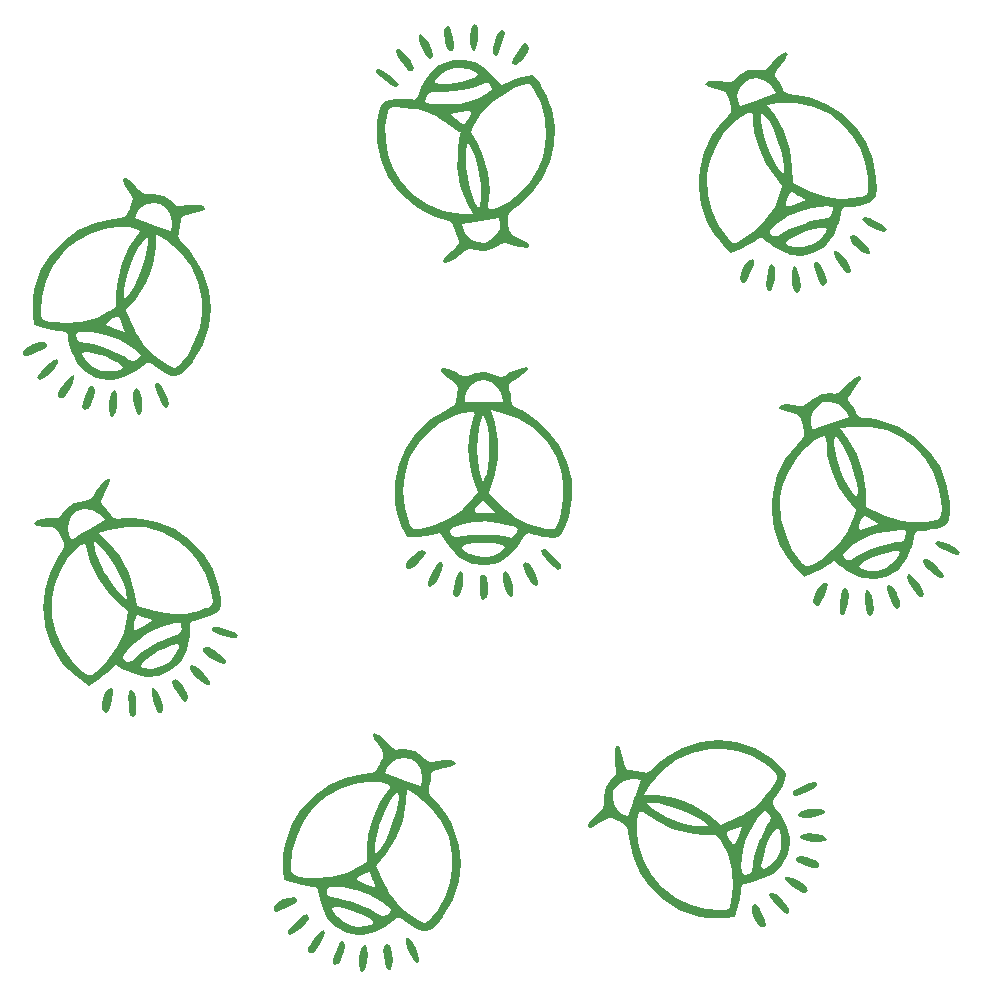
<source format=gbr>
%TF.GenerationSoftware,KiCad,Pcbnew,7.0.11*%
%TF.CreationDate,2024-08-27T07:46:35-07:00*%
%TF.ProjectId,nightLight,6e696768-744c-4696-9768-742e6b696361,rev?*%
%TF.SameCoordinates,Original*%
%TF.FileFunction,Legend,Bot*%
%TF.FilePolarity,Positive*%
%FSLAX46Y46*%
G04 Gerber Fmt 4.6, Leading zero omitted, Abs format (unit mm)*
G04 Created by KiCad (PCBNEW 7.0.11) date 2024-08-27 07:46:35*
%MOMM*%
%LPD*%
G01*
G04 APERTURE LIST*
G04 APERTURE END LIST*
%TO.C,REF\u002A\u002A*%
G36*
X178542856Y-127681780D02*
G01*
X178842752Y-127770763D01*
X178932274Y-127907279D01*
X178803245Y-128114008D01*
X178365973Y-128291906D01*
X177650910Y-128424276D01*
X177212581Y-128438595D01*
X176826472Y-128345377D01*
X176681536Y-128161181D01*
X176835796Y-127921776D01*
X177017232Y-127831431D01*
X177484589Y-127723063D01*
X178041633Y-127669530D01*
X178542856Y-127681780D01*
G37*
G36*
X178164496Y-129791355D02*
G01*
X178683333Y-129912829D01*
X178972168Y-130049376D01*
X179114681Y-130245525D01*
X178926815Y-130401372D01*
X178424651Y-130481560D01*
X178026028Y-130483981D01*
X177392521Y-130409429D01*
X176955137Y-130251203D01*
X176793583Y-130031309D01*
X176836368Y-129940674D01*
X177130337Y-129812216D01*
X177609939Y-129760130D01*
X178164496Y-129791355D01*
G37*
G36*
X176225110Y-133534088D02*
G01*
X176733818Y-133782349D01*
X177213377Y-134121670D01*
X177455051Y-134382780D01*
X177523195Y-134668241D01*
X177278617Y-134828158D01*
X177076246Y-134788381D01*
X176698825Y-134587072D01*
X176266280Y-134283896D01*
X175869383Y-133949833D01*
X175598903Y-133655867D01*
X175545611Y-133472975D01*
X175793101Y-133418058D01*
X176225110Y-133534088D01*
G37*
G36*
X173082966Y-135755697D02*
G01*
X173315689Y-135994413D01*
X173613258Y-136538455D01*
X173873424Y-137117757D01*
X173975566Y-137490392D01*
X173899843Y-137671989D01*
X173648029Y-137723007D01*
X173455491Y-137663213D01*
X173167259Y-137365620D01*
X172930320Y-136915891D01*
X172784866Y-136424090D01*
X172771092Y-136000280D01*
X172929187Y-135754523D01*
X173082966Y-135755697D01*
G37*
G36*
X178204538Y-125445001D02*
G01*
X178299822Y-125612407D01*
X178244335Y-125777818D01*
X177966492Y-125973437D01*
X177412774Y-126253947D01*
X177034572Y-126419994D01*
X176513428Y-126568948D01*
X176224453Y-126525303D01*
X176201682Y-126288096D01*
X176274424Y-126187174D01*
X176596891Y-125956424D01*
X177064046Y-125719303D01*
X177562980Y-125523339D01*
X177980780Y-125416063D01*
X178204538Y-125445001D01*
G37*
G36*
X174964988Y-135008457D02*
G01*
X175425948Y-135473327D01*
X175623364Y-135720328D01*
X175902422Y-136155518D01*
X175926429Y-136414712D01*
X175706153Y-136538861D01*
X175589604Y-136503333D01*
X175284571Y-136270520D01*
X174908436Y-135902110D01*
X174546450Y-135490705D01*
X174283866Y-135128906D01*
X174205934Y-134909314D01*
X174284484Y-134795135D01*
X174565748Y-134773724D01*
X174964988Y-135008457D01*
G37*
G36*
X177417558Y-131771938D02*
G01*
X177599519Y-131827013D01*
X178080430Y-132004877D01*
X178369227Y-132159932D01*
X178447295Y-132262041D01*
X178475910Y-132591476D01*
X178455997Y-132633928D01*
X178295932Y-132722418D01*
X177954790Y-132672647D01*
X177361383Y-132477325D01*
X176955956Y-132324164D01*
X176586399Y-132148818D01*
X176456201Y-132000274D01*
X176503401Y-131831928D01*
X176581002Y-131741250D01*
X176881766Y-131666778D01*
X177417558Y-131771938D01*
G37*
G36*
X171493479Y-122043120D02*
G01*
X172982164Y-122541993D01*
X172986949Y-122543596D01*
X174378550Y-123375267D01*
X174413587Y-123401608D01*
X175089264Y-123941851D01*
X175490623Y-124371920D01*
X175647657Y-124764580D01*
X175590363Y-125192596D01*
X175348739Y-125728733D01*
X175198637Y-126003006D01*
X174887455Y-126519690D01*
X174639755Y-126868626D01*
X174526840Y-127023023D01*
X174504898Y-127281755D01*
X174749465Y-127615469D01*
X175224770Y-128220744D01*
X175288559Y-128342575D01*
X175732645Y-129190740D01*
X175970039Y-130154690D01*
X175975102Y-130574360D01*
X175771458Y-131540215D01*
X175313854Y-132425337D01*
X174657142Y-133106405D01*
X174539087Y-133185150D01*
X173961127Y-133476221D01*
X173252031Y-133743597D01*
X172559461Y-133936741D01*
X172031082Y-134005120D01*
X171907354Y-134111552D01*
X171855553Y-134518844D01*
X171843408Y-134732407D01*
X171748150Y-135310136D01*
X171587994Y-135940326D01*
X171313039Y-136843085D01*
X170400474Y-136931763D01*
X169937393Y-136948762D01*
X169130493Y-136907147D01*
X168349001Y-136800635D01*
X168020996Y-136728769D01*
X166581345Y-136201448D01*
X165281867Y-135384726D01*
X164165166Y-134325635D01*
X163273847Y-133071209D01*
X162650515Y-131668482D01*
X162337775Y-130164489D01*
X162336449Y-130150267D01*
X162274578Y-129632140D01*
X163008455Y-129632140D01*
X163013410Y-129793178D01*
X163197185Y-130904571D01*
X163604634Y-132077165D01*
X164180803Y-133179682D01*
X164870739Y-134080845D01*
X165193060Y-134389402D01*
X166298501Y-135183382D01*
X167569854Y-135789024D01*
X168899236Y-136162074D01*
X170178772Y-136258280D01*
X170464979Y-136239165D01*
X170750077Y-136161699D01*
X170917300Y-135957274D01*
X171017038Y-135549478D01*
X171099685Y-134861900D01*
X171139067Y-134264186D01*
X171043668Y-132845062D01*
X170955993Y-132511449D01*
X171873553Y-132511449D01*
X171907678Y-132982478D01*
X172028364Y-133198291D01*
X172181488Y-133242861D01*
X172529573Y-133215079D01*
X172743213Y-132915001D01*
X172818481Y-132519242D01*
X173566785Y-132519242D01*
X173672123Y-132771125D01*
X173957724Y-132714226D01*
X174423846Y-132348578D01*
X174453626Y-132320090D01*
X174856667Y-131822316D01*
X175141972Y-131288820D01*
X175198221Y-131081465D01*
X175246907Y-130548246D01*
X175210732Y-129991179D01*
X175102818Y-129536497D01*
X174936289Y-129310428D01*
X174781929Y-129358185D01*
X174526648Y-129668406D01*
X174243910Y-130188119D01*
X173969465Y-130839889D01*
X173739065Y-131546280D01*
X173588459Y-132229852D01*
X173566785Y-132519242D01*
X172818481Y-132519242D01*
X172859718Y-132302421D01*
X172959089Y-131776574D01*
X173183825Y-131016307D01*
X173476279Y-130260192D01*
X173485462Y-130239529D01*
X173783623Y-129602313D01*
X174060307Y-129066529D01*
X174256703Y-128746260D01*
X174391335Y-128449420D01*
X174233244Y-128119074D01*
X174046042Y-127924149D01*
X173870116Y-127780256D01*
X173761339Y-127826636D01*
X173504677Y-128109637D01*
X173176557Y-128574702D01*
X172829174Y-129140514D01*
X172514723Y-129725757D01*
X172285402Y-130249113D01*
X172212231Y-130465622D01*
X172033661Y-131163167D01*
X171918158Y-131875061D01*
X171873553Y-132511449D01*
X170955993Y-132511449D01*
X170696877Y-131525490D01*
X170119608Y-130400666D01*
X169754712Y-129870665D01*
X168572021Y-129856190D01*
X167462197Y-129749675D01*
X167102735Y-129653230D01*
X170606337Y-129653230D01*
X170668678Y-129912783D01*
X170836853Y-130265722D01*
X171054879Y-130579742D01*
X171157283Y-130679913D01*
X171289836Y-130695210D01*
X171427128Y-130480703D01*
X171621570Y-129981015D01*
X171940278Y-129105372D01*
X171329727Y-129344625D01*
X171241176Y-129379144D01*
X170842689Y-129529527D01*
X170639385Y-129597824D01*
X170606337Y-129653230D01*
X167102735Y-129653230D01*
X166030526Y-129365552D01*
X164692271Y-128744614D01*
X163563696Y-127931539D01*
X163544439Y-127914925D01*
X163315609Y-127878665D01*
X163144501Y-128169630D01*
X163039365Y-128762546D01*
X163008455Y-129632140D01*
X162274578Y-129632140D01*
X162266022Y-129560494D01*
X162146360Y-129206216D01*
X161905670Y-128968243D01*
X161472160Y-128727383D01*
X161428149Y-128705083D01*
X160939492Y-128490885D01*
X160615059Y-128455438D01*
X160328606Y-128582777D01*
X159816583Y-128914932D01*
X159333696Y-129205224D01*
X159052640Y-129325327D01*
X158920742Y-129295424D01*
X158885320Y-129135694D01*
X158902983Y-129031437D01*
X159136222Y-128648374D01*
X159593553Y-128186767D01*
X159892261Y-127921978D01*
X160162395Y-127622545D01*
X160255787Y-127353340D01*
X160235345Y-126997825D01*
X160219193Y-126678781D01*
X160959639Y-126678781D01*
X161094736Y-127295845D01*
X161391102Y-127829432D01*
X161796655Y-128144699D01*
X162249953Y-128309686D01*
X162655054Y-127196679D01*
X163783574Y-127196679D01*
X164365061Y-127691019D01*
X164796025Y-127983871D01*
X165493327Y-128344529D01*
X166291235Y-128674784D01*
X166366702Y-128701843D01*
X167123538Y-128936028D01*
X167842759Y-129102084D01*
X168377936Y-129165574D01*
X169119952Y-129166937D01*
X168636055Y-128717895D01*
X168571945Y-128663078D01*
X168064459Y-128348940D01*
X167336754Y-128008528D01*
X166495970Y-127680836D01*
X165649244Y-127404856D01*
X164903716Y-127219580D01*
X164366526Y-127164003D01*
X163783574Y-127196679D01*
X162655054Y-127196679D01*
X162805583Y-126783105D01*
X162919782Y-126469347D01*
X163619441Y-126469347D01*
X164735761Y-126522226D01*
X166269772Y-126766815D01*
X166759375Y-126957136D01*
X167756815Y-127344866D01*
X169117872Y-128230530D01*
X170071360Y-129000680D01*
X170147613Y-129062270D01*
X171554274Y-128389262D01*
X172000546Y-128164373D01*
X172366457Y-127934456D01*
X172944752Y-127571088D01*
X173635245Y-126924050D01*
X173894596Y-126605549D01*
X174340719Y-126003044D01*
X174672812Y-125488301D01*
X174768796Y-125311152D01*
X174840838Y-125178191D01*
X174917564Y-124889807D01*
X174786420Y-124639765D01*
X174417985Y-124289681D01*
X173815388Y-123830378D01*
X172728027Y-123240229D01*
X171538026Y-122810565D01*
X170394881Y-122604024D01*
X169205409Y-122612280D01*
X167698616Y-122912157D01*
X166334126Y-123532605D01*
X165137570Y-124461010D01*
X164134573Y-125684765D01*
X163619441Y-126469347D01*
X162919782Y-126469347D01*
X163361212Y-125256526D01*
X162815403Y-125168476D01*
X162609425Y-125151771D01*
X161952914Y-125283900D01*
X161380635Y-125639626D01*
X161024932Y-126146647D01*
X160959639Y-126678781D01*
X160219193Y-126678781D01*
X160216949Y-126634446D01*
X160411487Y-125800354D01*
X160929314Y-125099003D01*
X161078187Y-124955770D01*
X161245564Y-124706387D01*
X161274480Y-124382092D01*
X161193815Y-123846079D01*
X161128633Y-123290002D01*
X161151299Y-122742598D01*
X161269568Y-122391842D01*
X161469517Y-122315041D01*
X161562808Y-122440998D01*
X161708582Y-122836403D01*
X161848422Y-123395868D01*
X161956938Y-123881830D01*
X162085675Y-124232924D01*
X162260355Y-124380643D01*
X162537570Y-124408109D01*
X162919373Y-124437372D01*
X163468975Y-124564895D01*
X163504699Y-124577388D01*
X163603769Y-124590106D01*
X163816963Y-124617473D01*
X164118759Y-124466231D01*
X164518181Y-124072987D01*
X164544894Y-124044366D01*
X165026237Y-123628389D01*
X165688430Y-123168507D01*
X166396495Y-122759133D01*
X166810435Y-122560409D01*
X168364365Y-122048372D01*
X169938999Y-121876994D01*
X171493479Y-122043120D01*
G37*
G36*
X181569106Y-79188853D02*
G01*
X181952532Y-79477212D01*
X182351601Y-79869521D01*
X182664397Y-80261355D01*
X182789002Y-80548286D01*
X182741968Y-80704614D01*
X182500666Y-80738655D01*
X182083315Y-80518036D01*
X181522281Y-80055351D01*
X181229559Y-79728776D01*
X181052782Y-79373080D01*
X181100722Y-79143654D01*
X181383273Y-79107937D01*
X181569106Y-79188853D01*
G37*
G36*
X180124439Y-80548720D02*
G01*
X180472622Y-80882636D01*
X180805164Y-81327523D01*
X181045611Y-81803056D01*
X181126670Y-82112089D01*
X181068017Y-82347342D01*
X180827872Y-82303604D01*
X180443661Y-81970469D01*
X180185576Y-81666661D01*
X179835476Y-81133446D01*
X179675538Y-80696685D01*
X179740143Y-80431582D01*
X179837075Y-80406098D01*
X180124439Y-80548720D01*
G37*
G36*
X176502645Y-81842129D02*
G01*
X176691451Y-82247649D01*
X176828263Y-82796922D01*
X176876583Y-83382396D01*
X176831906Y-83735367D01*
X176657032Y-83971059D01*
X176377317Y-83886495D01*
X176277707Y-83705901D01*
X176189317Y-83287381D01*
X176143528Y-82761154D01*
X176144314Y-82242382D01*
X176195645Y-81846225D01*
X176301493Y-81687840D01*
X176502645Y-81842129D01*
G37*
G36*
X172969868Y-81268650D02*
G01*
X172936593Y-81600370D01*
X172711106Y-82178025D01*
X172434567Y-82749691D01*
X172214767Y-83067462D01*
X172026982Y-83126183D01*
X171826037Y-82966076D01*
X171748081Y-82780148D01*
X171790778Y-82368061D01*
X171982989Y-81897475D01*
X172266235Y-81469927D01*
X172582038Y-81186955D01*
X172871920Y-81150094D01*
X172969868Y-81268650D01*
G37*
G36*
X182735254Y-77661622D02*
G01*
X183217181Y-77867064D01*
X183688007Y-78123307D01*
X184038742Y-78374404D01*
X184160402Y-78564414D01*
X184093409Y-78745013D01*
X183931031Y-78808831D01*
X183602585Y-78721732D01*
X183031778Y-78477868D01*
X182661475Y-78294882D01*
X182212385Y-77991408D01*
X182060070Y-77741986D01*
X182227143Y-77572069D01*
X182351212Y-77562920D01*
X182735254Y-77661622D01*
G37*
G36*
X174675217Y-81773327D02*
G01*
X174752028Y-82230046D01*
X174692216Y-82881974D01*
X174629899Y-83191973D01*
X174475899Y-83685478D01*
X174292776Y-83870476D01*
X174056082Y-83781536D01*
X174008381Y-83669417D01*
X173990656Y-83286099D01*
X174031099Y-82761153D01*
X174113574Y-82219410D01*
X174221941Y-81785699D01*
X174340065Y-81584849D01*
X174478022Y-81571629D01*
X174675217Y-81773327D01*
G37*
G36*
X178293607Y-81367864D02*
G01*
X178543984Y-81550393D01*
X178807826Y-82028430D01*
X178882599Y-82203221D01*
X179055471Y-82685949D01*
X179122327Y-83006848D01*
X179094288Y-83132286D01*
X178860320Y-83365963D01*
X178815000Y-83377996D01*
X178644325Y-83312260D01*
X178463170Y-83018937D01*
X178231360Y-82438811D01*
X178088085Y-82029786D01*
X177984861Y-81633978D01*
X178014963Y-81438759D01*
X178174263Y-81366705D01*
X178293607Y-81367864D01*
G37*
G36*
X175801027Y-63732745D02*
G01*
X175764505Y-63885174D01*
X175555308Y-64251005D01*
X175216621Y-64717745D01*
X174914105Y-65113243D01*
X174727902Y-65437541D01*
X174727025Y-65666305D01*
X174884176Y-65896319D01*
X175107177Y-66207607D01*
X175362766Y-66710597D01*
X175376159Y-66745994D01*
X175430097Y-66830060D01*
X175546171Y-67010968D01*
X175856020Y-67144941D01*
X176414006Y-67198143D01*
X176453101Y-67200209D01*
X177081160Y-67301554D01*
X177859099Y-67513217D01*
X178627833Y-67792486D01*
X179046140Y-67981845D01*
X180437230Y-68843094D01*
X181580668Y-69939174D01*
X182452610Y-71236758D01*
X183027359Y-72697826D01*
X183029206Y-72702522D01*
X183286613Y-74303138D01*
X183288956Y-74346910D01*
X183309423Y-75211770D01*
X183237959Y-75795672D01*
X183038104Y-76168363D01*
X182673397Y-76399598D01*
X182107379Y-76559125D01*
X181800791Y-76620439D01*
X181204963Y-76714178D01*
X180778444Y-76748720D01*
X180587589Y-76761467D01*
X180375285Y-76910969D01*
X180276849Y-77312824D01*
X180118703Y-78065992D01*
X180066377Y-78193169D01*
X179702098Y-79078549D01*
X179116263Y-79880018D01*
X178798032Y-80153656D01*
X177927244Y-80618495D01*
X176955059Y-80836895D01*
X176011205Y-80771607D01*
X175874999Y-80731788D01*
X175280519Y-80476141D01*
X174619899Y-80104809D01*
X174177251Y-79801525D01*
X175634885Y-79801525D01*
X175862054Y-79983734D01*
X176441774Y-80105770D01*
X176482740Y-80110271D01*
X177123126Y-80099056D01*
X177715198Y-79974687D01*
X177910198Y-79884491D01*
X178349962Y-79579040D01*
X178753446Y-79193253D01*
X179032388Y-78818322D01*
X179098524Y-78545439D01*
X178962719Y-78457890D01*
X178560985Y-78461740D01*
X177981121Y-78579214D01*
X177305427Y-78787927D01*
X176616201Y-79065490D01*
X175995747Y-79389511D01*
X175760129Y-79558924D01*
X175634885Y-79801525D01*
X174177251Y-79801525D01*
X174026767Y-79698420D01*
X173634750Y-79337611D01*
X173473688Y-79311243D01*
X173128386Y-79533364D01*
X172956981Y-79661335D01*
X172453185Y-79959721D01*
X171867485Y-80242112D01*
X170999194Y-80611767D01*
X170344677Y-79969703D01*
X170033992Y-79625889D01*
X169547206Y-78981018D01*
X169126465Y-78313895D01*
X168970681Y-78016435D01*
X168449241Y-76574643D01*
X168239598Y-75054206D01*
X168282683Y-74346394D01*
X168944977Y-74346394D01*
X169047317Y-75703572D01*
X169400578Y-77066783D01*
X169969316Y-78324942D01*
X170718087Y-79366962D01*
X170916701Y-79573923D01*
X171159301Y-79742527D01*
X171423388Y-79739224D01*
X171799888Y-79553502D01*
X172379728Y-79174847D01*
X172862918Y-78820812D01*
X172866981Y-78816909D01*
X174251070Y-78816909D01*
X174315354Y-78962858D01*
X174560380Y-79211649D01*
X174927578Y-79182420D01*
X175471730Y-78877909D01*
X175938427Y-78616024D01*
X176665282Y-78299491D01*
X177432486Y-78037503D01*
X177454218Y-78031255D01*
X178134008Y-77850066D01*
X178722291Y-77717622D01*
X179093873Y-77662206D01*
X179407805Y-77574534D01*
X179559245Y-77241087D01*
X179588236Y-76972387D01*
X179585381Y-76745127D01*
X179479931Y-76691612D01*
X179098161Y-76676907D01*
X178530989Y-76724490D01*
X177874258Y-76822076D01*
X177223811Y-76957380D01*
X176675492Y-77118117D01*
X176462603Y-77201234D01*
X175813470Y-77512815D01*
X175193884Y-77881930D01*
X174677711Y-78256824D01*
X174338817Y-78585736D01*
X174251070Y-78816909D01*
X172866981Y-78816909D01*
X173888709Y-77835537D01*
X174676646Y-76721675D01*
X174756994Y-76530840D01*
X175620339Y-76530840D01*
X175693824Y-76642215D01*
X175946396Y-76609503D01*
X176454164Y-76437262D01*
X177329807Y-76118554D01*
X176754074Y-75804633D01*
X176670711Y-75758988D01*
X176299369Y-75550393D01*
X176116370Y-75438554D01*
X176052683Y-75448852D01*
X175893926Y-75663445D01*
X175731660Y-76019140D01*
X175631251Y-76388005D01*
X175620339Y-76530840D01*
X174756994Y-76530840D01*
X175167250Y-75556438D01*
X175338704Y-74936234D01*
X174589574Y-74020936D01*
X173957787Y-73102295D01*
X173331782Y-71758661D01*
X172947235Y-70334368D01*
X172878616Y-69406472D01*
X173544009Y-69406472D01*
X173596689Y-69924852D01*
X173768626Y-70690842D01*
X174028522Y-71514359D01*
X174056303Y-71589564D01*
X174363392Y-72319865D01*
X174698491Y-72977559D01*
X174993861Y-73428339D01*
X175469775Y-73997632D01*
X175502718Y-73338307D01*
X175503502Y-73253960D01*
X175417939Y-72663280D01*
X175210950Y-71887012D01*
X174921532Y-71032298D01*
X174588680Y-70206271D01*
X174251393Y-69516071D01*
X173948668Y-69068836D01*
X173548922Y-68643272D01*
X173544009Y-69406472D01*
X172878616Y-69406472D01*
X172844652Y-68947194D01*
X172845001Y-68921763D01*
X172725689Y-68723161D01*
X172392811Y-68779114D01*
X171871030Y-69079694D01*
X171185014Y-69614980D01*
X171064837Y-69722289D01*
X170331589Y-70577459D01*
X169695233Y-71643312D01*
X169221010Y-72793367D01*
X168974162Y-73901145D01*
X168944977Y-74346394D01*
X168282683Y-74346394D01*
X168333108Y-73517993D01*
X168721125Y-72028874D01*
X169395007Y-70649718D01*
X170346107Y-69443397D01*
X170356149Y-69433240D01*
X170762672Y-69000191D01*
X170957147Y-68680799D01*
X170984733Y-68343453D01*
X170890587Y-67856544D01*
X170879381Y-67808495D01*
X170729362Y-67296479D01*
X170676399Y-67217258D01*
X171526355Y-67217258D01*
X171545531Y-67730579D01*
X171710517Y-68183877D01*
X172078289Y-68050019D01*
X174000588Y-68050019D01*
X174677637Y-68939159D01*
X175476315Y-70271499D01*
X175645231Y-70768893D01*
X175989355Y-71782204D01*
X176185767Y-73394128D01*
X176208689Y-74619585D01*
X176210522Y-74717587D01*
X177630261Y-75362551D01*
X178089393Y-75559860D01*
X178500724Y-75692375D01*
X179150801Y-75901807D01*
X180090301Y-76014847D01*
X180500994Y-76008793D01*
X181249302Y-75963260D01*
X181857083Y-75886788D01*
X182054484Y-75846447D01*
X182202647Y-75816169D01*
X182472880Y-75689574D01*
X182580126Y-75428388D01*
X182611480Y-74921121D01*
X182575984Y-74164271D01*
X182329122Y-72951964D01*
X181893346Y-71764187D01*
X181316767Y-70755725D01*
X180545864Y-69849844D01*
X179347597Y-68888330D01*
X177995230Y-68241887D01*
X176514898Y-67922039D01*
X174932734Y-67940313D01*
X174000588Y-68050019D01*
X172078289Y-68050019D01*
X173237098Y-67628247D01*
X174763677Y-67072617D01*
X174480288Y-66597906D01*
X174360685Y-66429380D01*
X173837471Y-66011394D01*
X173197115Y-65801659D01*
X172580072Y-65855082D01*
X172130465Y-66147113D01*
X171744605Y-66647246D01*
X171526355Y-67217258D01*
X170676399Y-67217258D01*
X170547975Y-67025163D01*
X170266299Y-66887579D01*
X169682732Y-66708852D01*
X169149962Y-66525535D01*
X168877298Y-66387435D01*
X168815423Y-66267173D01*
X168915014Y-66137366D01*
X169006234Y-66083882D01*
X169449599Y-66016326D01*
X170097177Y-66069946D01*
X170492024Y-66128567D01*
X170895041Y-66143030D01*
X171161296Y-66041530D01*
X171420496Y-65797350D01*
X171687036Y-65549682D01*
X172451034Y-65162563D01*
X173321153Y-65108421D01*
X173526569Y-65130397D01*
X173825196Y-65098315D01*
X174092206Y-64912012D01*
X174450966Y-64505677D01*
X174835048Y-64098305D01*
X175268952Y-63763804D01*
X175613670Y-63628942D01*
X175801027Y-63732745D01*
G37*
G36*
X142937802Y-63381784D02*
G01*
X143310502Y-63671524D01*
X143782670Y-64224601D01*
X144014235Y-64597046D01*
X144126560Y-64978035D01*
X144039510Y-65195651D01*
X143755049Y-65181761D01*
X143586090Y-65069805D01*
X143258562Y-64719245D01*
X142933679Y-64263599D01*
X142693677Y-63823401D01*
X142620790Y-63519192D01*
X142694256Y-63373406D01*
X142937802Y-63381784D01*
G37*
G36*
X144856933Y-62131087D02*
G01*
X145177460Y-62525879D01*
X145378868Y-62869887D01*
X145631057Y-63455796D01*
X145712722Y-63913695D01*
X145603064Y-64163552D01*
X145503180Y-64171816D01*
X145244948Y-63981461D01*
X144960039Y-63592156D01*
X144709801Y-63096283D01*
X144555583Y-62586221D01*
X144529419Y-62267808D01*
X144628032Y-62046314D01*
X144856933Y-62131087D01*
G37*
G36*
X149514741Y-61345075D02*
G01*
X149581478Y-61540222D01*
X149595850Y-61967733D01*
X149549565Y-62493917D01*
X149458707Y-63004670D01*
X149339364Y-63385896D01*
X149207621Y-63523494D01*
X149036316Y-63336620D01*
X148920797Y-62904474D01*
X148881443Y-62339789D01*
X148935524Y-61754819D01*
X149040815Y-61414968D01*
X149253960Y-61213223D01*
X149514741Y-61345075D01*
G37*
G36*
X153837048Y-63041832D02*
G01*
X153881534Y-63238473D01*
X153767926Y-63636885D01*
X153496919Y-64066945D01*
X153143734Y-64438812D01*
X152783590Y-64662646D01*
X152491712Y-64648610D01*
X152415839Y-64514847D01*
X152506211Y-64193945D01*
X152828581Y-63664221D01*
X153200188Y-63149260D01*
X153471828Y-62874484D01*
X153666957Y-62849264D01*
X153837048Y-63041832D01*
G37*
G36*
X141502390Y-65176719D02*
G01*
X142022177Y-65515998D01*
X142355080Y-65760507D01*
X142744650Y-66137354D01*
X142851339Y-66409436D01*
X142657298Y-66547759D01*
X142533526Y-66535225D01*
X142172457Y-66371335D01*
X141733526Y-66085327D01*
X141314350Y-65751219D01*
X141012546Y-65443032D01*
X140925729Y-65234783D01*
X141023064Y-65068562D01*
X141194058Y-65033909D01*
X141502390Y-65176719D01*
G37*
G36*
X151782485Y-61851518D02*
G01*
X151809992Y-61970216D01*
X151760886Y-62350789D01*
X151629901Y-62860737D01*
X151454607Y-63379928D01*
X151272572Y-63788232D01*
X151121366Y-63965519D01*
X150983209Y-63954582D01*
X150824034Y-63721706D01*
X150827699Y-63258587D01*
X150999808Y-62626950D01*
X151115009Y-62332481D01*
X151352366Y-61873216D01*
X151564831Y-61722828D01*
X151782485Y-61851518D01*
G37*
G36*
X147182459Y-61516925D02*
G01*
X147309927Y-61837248D01*
X147437477Y-62448815D01*
X147507550Y-62876505D01*
X147540473Y-63284224D01*
X147476930Y-63471251D01*
X147307538Y-63514547D01*
X147190207Y-63492682D01*
X146975331Y-63269449D01*
X146798507Y-62752859D01*
X146755222Y-62567739D01*
X146668801Y-62062325D01*
X146658685Y-61734692D01*
X146708079Y-61616029D01*
X146979071Y-61426530D01*
X147025792Y-61422550D01*
X147182459Y-61516925D01*
G37*
G36*
X149334396Y-64476216D02*
G01*
X149461619Y-64539082D01*
X150002674Y-64894075D01*
X150588776Y-65374482D01*
X151102329Y-65877693D01*
X151425737Y-66301093D01*
X151579773Y-66355029D01*
X151958399Y-66196244D01*
X152149423Y-66099980D01*
X152697380Y-65893611D01*
X153323218Y-65717216D01*
X154242507Y-65503954D01*
X154775588Y-66249919D01*
X155021850Y-66642460D01*
X155389260Y-67362063D01*
X155687764Y-68092112D01*
X155789528Y-68412105D01*
X156052681Y-69922540D01*
X155995118Y-71456281D01*
X155636269Y-72952918D01*
X154995563Y-74352036D01*
X154092432Y-75593221D01*
X152946306Y-76616059D01*
X152934652Y-76624318D01*
X152459107Y-76980196D01*
X152212125Y-77260966D01*
X152126379Y-77588396D01*
X152134543Y-78084256D01*
X152137236Y-78133521D01*
X152196064Y-78663809D01*
X152327582Y-78962500D01*
X152581088Y-79146907D01*
X153124754Y-79424253D01*
X153617597Y-79697300D01*
X153862138Y-79880650D01*
X153902190Y-80009829D01*
X153781571Y-80120370D01*
X153682450Y-80157202D01*
X153234089Y-80146742D01*
X152605660Y-79981486D01*
X152226991Y-79855191D01*
X151832608Y-79770965D01*
X151552774Y-79824687D01*
X151255110Y-80020149D01*
X150949612Y-80217769D01*
X150129998Y-80466341D01*
X149263697Y-80368565D01*
X149065217Y-80311253D01*
X148765556Y-80290992D01*
X148470251Y-80428098D01*
X148046382Y-80765962D01*
X147597396Y-81100450D01*
X147111998Y-81354523D01*
X146749099Y-81427477D01*
X146582614Y-81292716D01*
X146645050Y-81148945D01*
X146914594Y-80824999D01*
X147329184Y-80424161D01*
X147695783Y-80087203D01*
X147935470Y-79800166D01*
X147976059Y-79575030D01*
X147861237Y-79321221D01*
X147695678Y-78975939D01*
X147531315Y-78436207D01*
X147524273Y-78399023D01*
X147485752Y-78306867D01*
X147434275Y-78183718D01*
X148184166Y-78183718D01*
X148380818Y-78700428D01*
X148469340Y-78887162D01*
X148912023Y-79389653D01*
X149506230Y-79707398D01*
X150123175Y-79761935D01*
X150616662Y-79552414D01*
X151083507Y-79126884D01*
X151397423Y-78603430D01*
X151467676Y-78094577D01*
X151383910Y-77619517D01*
X149784038Y-77901617D01*
X148184166Y-78183718D01*
X147434275Y-78183718D01*
X147402855Y-78108552D01*
X147120978Y-77922810D01*
X146580708Y-77773523D01*
X146542565Y-77764699D01*
X145941646Y-77555832D01*
X145212280Y-77212297D01*
X144503720Y-76803782D01*
X144124650Y-76544662D01*
X142904248Y-75454937D01*
X141968513Y-74176953D01*
X141335142Y-72747671D01*
X141022836Y-71208995D01*
X141021832Y-71204050D01*
X141042356Y-69843210D01*
X141721999Y-69843210D01*
X141754595Y-71079966D01*
X141977496Y-72325369D01*
X142370198Y-73418633D01*
X142972084Y-74444617D01*
X143985182Y-75599600D01*
X145204750Y-76471059D01*
X146607051Y-77043105D01*
X148168352Y-77299848D01*
X149105386Y-77353675D01*
X148593021Y-76360474D01*
X148037836Y-74909686D01*
X147957857Y-74390517D01*
X147794921Y-73332844D01*
X147835905Y-72564379D01*
X148510653Y-72564379D01*
X148579699Y-73364796D01*
X148716302Y-74256783D01*
X148900659Y-75128059D01*
X149112969Y-75866343D01*
X149333433Y-76359352D01*
X149653208Y-76847865D01*
X149790575Y-76097113D01*
X149828711Y-75577461D01*
X149792399Y-74793250D01*
X149679453Y-73937115D01*
X149665154Y-73858228D01*
X149489546Y-73085697D01*
X149273745Y-72379805D01*
X149061139Y-71884583D01*
X148691312Y-71241297D01*
X148544379Y-71884885D01*
X148528960Y-71967815D01*
X148510653Y-72564379D01*
X147835905Y-72564379D01*
X147881401Y-71711302D01*
X148071625Y-70500482D01*
X148086837Y-70403650D01*
X147993572Y-70339715D01*
X148983378Y-70339715D01*
X149562188Y-71371192D01*
X150024856Y-72385586D01*
X150408031Y-73817511D01*
X150539410Y-75286943D01*
X150399554Y-76670855D01*
X150394794Y-76695839D01*
X150477807Y-76912142D01*
X150815344Y-76914844D01*
X151381393Y-76709436D01*
X152149939Y-76301407D01*
X152286924Y-76216598D01*
X153157531Y-75501747D01*
X153969302Y-74562589D01*
X154636026Y-73512353D01*
X155071488Y-72464270D01*
X155177546Y-72030852D01*
X155312432Y-70676522D01*
X155201257Y-69272678D01*
X154859637Y-67934874D01*
X154303186Y-66778661D01*
X154143528Y-66540356D01*
X153933891Y-66332186D01*
X153673242Y-66289580D01*
X153270212Y-66407102D01*
X152633428Y-66679317D01*
X152096102Y-66944068D01*
X150914804Y-67736248D01*
X149945417Y-68696364D01*
X149259925Y-69758706D01*
X148983378Y-70339715D01*
X147993572Y-70339715D01*
X146800665Y-69521950D01*
X146382770Y-69247911D01*
X146000700Y-69045982D01*
X145591296Y-68829606D01*
X147227832Y-68829606D01*
X147740307Y-69238732D01*
X147814477Y-69298159D01*
X148143956Y-69568068D01*
X148304754Y-69709986D01*
X148369262Y-69710903D01*
X148562871Y-69527139D01*
X148784437Y-69205024D01*
X148947374Y-68859199D01*
X148982922Y-68720429D01*
X148929894Y-68597986D01*
X148675479Y-68586342D01*
X148145515Y-68667793D01*
X147227832Y-68829606D01*
X145591296Y-68829606D01*
X145396866Y-68726847D01*
X144491268Y-68452382D01*
X144085763Y-68387028D01*
X143340917Y-68301927D01*
X142729090Y-68271697D01*
X142527683Y-68277147D01*
X142376513Y-68281237D01*
X142088403Y-68358983D01*
X141937432Y-68597578D01*
X141818468Y-69091694D01*
X141721999Y-69843210D01*
X141042356Y-69843210D01*
X141046280Y-69583052D01*
X141051573Y-69539539D01*
X141181599Y-68684264D01*
X141353370Y-68121643D01*
X141590072Y-67820875D01*
X145115329Y-67820875D01*
X145209884Y-67891889D01*
X145583300Y-67972664D01*
X146150119Y-68024292D01*
X146813819Y-68042228D01*
X147477879Y-68021929D01*
X148045779Y-67958849D01*
X148269867Y-67913962D01*
X148963243Y-67719836D01*
X149637513Y-67463918D01*
X150210944Y-67184353D01*
X150601805Y-66919285D01*
X150728361Y-66706862D01*
X150690397Y-66551967D01*
X150492296Y-66264407D01*
X150125601Y-66229429D01*
X149536838Y-66434823D01*
X149031755Y-66611688D01*
X148260977Y-66797195D01*
X147459935Y-66921979D01*
X147437449Y-66924359D01*
X146736523Y-66984751D01*
X146134179Y-67013029D01*
X145758619Y-67003079D01*
X145434233Y-67034904D01*
X145227190Y-67336988D01*
X145151981Y-67596572D01*
X145115329Y-67820875D01*
X141590072Y-67820875D01*
X141614907Y-67789318D01*
X142014226Y-67624927D01*
X142599346Y-67566111D01*
X142911925Y-67558967D01*
X143514977Y-67570117D01*
X143941015Y-67610163D01*
X144131184Y-67630752D01*
X144366223Y-67520388D01*
X144532945Y-67141730D01*
X144819476Y-66427466D01*
X144893090Y-66311308D01*
X145006436Y-66132456D01*
X145907411Y-66132456D01*
X146025949Y-66242257D01*
X146422248Y-66308226D01*
X147013703Y-66293229D01*
X147715374Y-66205019D01*
X148442327Y-66051357D01*
X149109621Y-65839999D01*
X149371077Y-65714074D01*
X149536546Y-65496908D01*
X149344468Y-65278019D01*
X148794747Y-65057170D01*
X148755185Y-65045623D01*
X148122581Y-64945466D01*
X147517906Y-64965134D01*
X147310207Y-65020097D01*
X146824083Y-65244544D01*
X146359737Y-65554406D01*
X146019928Y-65875203D01*
X145907411Y-66132456D01*
X145006436Y-66132456D01*
X145405580Y-65502635D01*
X146121688Y-64815072D01*
X146482601Y-64600851D01*
X147420879Y-64294285D01*
X148416218Y-64248021D01*
X149334396Y-64476216D01*
G37*
G36*
X126780129Y-114007675D02*
G01*
X127207802Y-114225072D01*
X127668933Y-114542124D01*
X128045018Y-114873688D01*
X128217555Y-115134623D01*
X128198381Y-115296743D01*
X127966657Y-115372169D01*
X127517337Y-115227373D01*
X126884481Y-114869141D01*
X126539497Y-114598358D01*
X126303640Y-114278763D01*
X126311012Y-114044497D01*
X126583068Y-113960258D01*
X126780129Y-114007675D01*
G37*
G36*
X125593548Y-115597747D02*
G01*
X125994425Y-115866129D01*
X126399170Y-116246511D01*
X126718539Y-116673067D01*
X126852029Y-116963329D01*
X126835118Y-117205193D01*
X126591027Y-117203820D01*
X126154804Y-116942464D01*
X125847885Y-116688088D01*
X125410512Y-116223767D01*
X125177161Y-115821414D01*
X125194750Y-115549120D01*
X125285784Y-115507192D01*
X125593548Y-115597747D01*
G37*
G36*
X122251376Y-117500423D02*
G01*
X122507731Y-117866997D01*
X122737845Y-118384168D01*
X122887097Y-118952357D01*
X122904392Y-119307724D01*
X122773102Y-119570202D01*
X122482952Y-119535494D01*
X122353495Y-119374942D01*
X122193773Y-118978128D01*
X122057301Y-118467847D01*
X121967992Y-117956820D01*
X121949751Y-117557768D01*
X122026487Y-117383409D01*
X122251376Y-117500423D01*
G37*
G36*
X118672686Y-117549117D02*
G01*
X118697518Y-117881576D01*
X118575766Y-118489610D01*
X118402697Y-119100612D01*
X118241417Y-119451723D01*
X118066682Y-119542160D01*
X117840987Y-119419380D01*
X117731929Y-119249814D01*
X117702420Y-118836572D01*
X117809994Y-118339759D01*
X118014694Y-117869521D01*
X118276562Y-117536010D01*
X118555639Y-117449371D01*
X118672686Y-117549117D01*
G37*
G36*
X127663360Y-112301146D02*
G01*
X128173640Y-112419782D01*
X128681809Y-112590374D01*
X129070818Y-112776752D01*
X129223625Y-112942749D01*
X129189010Y-113132237D01*
X129040181Y-113223283D01*
X128701600Y-113194542D01*
X128097119Y-113053501D01*
X127700666Y-112937597D01*
X127205701Y-112716718D01*
X127012388Y-112497534D01*
X127147418Y-112301187D01*
X127268012Y-112270633D01*
X127663360Y-112301146D01*
G37*
G36*
X120439763Y-117749996D02*
G01*
X120594715Y-118186439D01*
X120649018Y-118838849D01*
X120641479Y-119154960D01*
X120575515Y-119667709D01*
X120427299Y-119881695D01*
X120178756Y-119835208D01*
X120112311Y-119733076D01*
X120028292Y-119358659D01*
X119976965Y-118834666D01*
X119964114Y-118286831D01*
X119995522Y-117840892D01*
X120076974Y-117622580D01*
X120210540Y-117585606D01*
X120439763Y-117749996D01*
G37*
G36*
X124211042Y-116858645D02*
G01*
X124553887Y-117283604D01*
X124657876Y-117442755D01*
X124911946Y-117888131D01*
X125033510Y-118192545D01*
X125027679Y-118320946D01*
X124837843Y-118591702D01*
X124795301Y-118611421D01*
X124615804Y-118576321D01*
X124386466Y-118318912D01*
X124057440Y-117787852D01*
X123845315Y-117409921D01*
X123674928Y-117038051D01*
X123670673Y-116840570D01*
X123815041Y-116741949D01*
X123932774Y-116722366D01*
X124211042Y-116858645D01*
G37*
G36*
X118415755Y-99787997D02*
G01*
X118406257Y-99944452D01*
X118263764Y-100341051D01*
X118011272Y-100859513D01*
X117782028Y-101301535D01*
X117654968Y-101653239D01*
X117693829Y-101878680D01*
X117888533Y-102077911D01*
X118162201Y-102345746D01*
X118501251Y-102796712D01*
X118520587Y-102829245D01*
X118588304Y-102902668D01*
X118734028Y-103060671D01*
X119062434Y-103138804D01*
X119621181Y-103094305D01*
X119660041Y-103089551D01*
X120296157Y-103080295D01*
X121099033Y-103153654D01*
X121904582Y-103295191D01*
X122349416Y-103409035D01*
X123868927Y-104015640D01*
X125185326Y-104896512D01*
X126269343Y-106022972D01*
X127089073Y-107362039D01*
X127091708Y-107366342D01*
X127623148Y-108897944D01*
X127633056Y-108940643D01*
X127803394Y-109788810D01*
X127834409Y-110376251D01*
X127702307Y-110777985D01*
X127383294Y-111069037D01*
X126853577Y-111324428D01*
X126562293Y-111438050D01*
X125991796Y-111633829D01*
X125577755Y-111741911D01*
X125392012Y-111787606D01*
X125208894Y-111971702D01*
X125181736Y-112384546D01*
X125156778Y-113153733D01*
X125127331Y-113288065D01*
X124922331Y-114223250D01*
X124484570Y-115114272D01*
X124218690Y-115439012D01*
X123441850Y-116048001D01*
X122522359Y-116431901D01*
X121581507Y-116531503D01*
X121440456Y-116515941D01*
X120810615Y-116367409D01*
X120095550Y-116116432D01*
X119440860Y-115819214D01*
X119163265Y-115641506D01*
X121042452Y-115641506D01*
X121297810Y-115781499D01*
X121889913Y-115801014D01*
X121931039Y-115798333D01*
X122559748Y-115676086D01*
X123121230Y-115450794D01*
X123297604Y-115328108D01*
X123677647Y-114950933D01*
X124008010Y-114500942D01*
X124217607Y-114083270D01*
X124235353Y-113803049D01*
X124086409Y-113740412D01*
X123691446Y-113813963D01*
X123140791Y-114030346D01*
X122511605Y-114353221D01*
X121881048Y-114746249D01*
X121326286Y-115173089D01*
X121123666Y-115380842D01*
X121042452Y-115641506D01*
X119163265Y-115641506D01*
X118992145Y-115531960D01*
X118828951Y-115533961D01*
X118527467Y-115812668D01*
X118380888Y-115968459D01*
X117936559Y-116349795D01*
X117408794Y-116729602D01*
X116617884Y-117244418D01*
X115861818Y-116725764D01*
X115496150Y-116441123D01*
X114904778Y-115890579D01*
X114374585Y-115306652D01*
X114169514Y-115040762D01*
X113405632Y-113711421D01*
X112935153Y-112250488D01*
X112790868Y-110987388D01*
X113458329Y-110987388D01*
X113506905Y-111430941D01*
X113843361Y-112749729D01*
X114427975Y-114030887D01*
X115206549Y-115171171D01*
X116124890Y-116067338D01*
X116356424Y-116236666D01*
X116624617Y-116360581D01*
X116884118Y-116311471D01*
X117222648Y-116063192D01*
X117727926Y-115589601D01*
X118142298Y-115157040D01*
X118321232Y-114912146D01*
X119508683Y-114912146D01*
X119597334Y-115044715D01*
X119881840Y-115247177D01*
X120238384Y-115154629D01*
X120721391Y-114760254D01*
X121135522Y-114421306D01*
X121796369Y-113983365D01*
X122506424Y-113592134D01*
X122526740Y-113582207D01*
X123164740Y-113285726D01*
X123721087Y-113053140D01*
X124077400Y-112934041D01*
X124371339Y-112793188D01*
X124462576Y-112438509D01*
X124444467Y-112168857D01*
X124402193Y-111945545D01*
X124289052Y-111911154D01*
X123910529Y-111962966D01*
X123360236Y-112108315D01*
X122730427Y-112318459D01*
X122113357Y-112564656D01*
X121601281Y-112818165D01*
X121406059Y-112936987D01*
X120820894Y-113356556D01*
X120274816Y-113827653D01*
X119831584Y-114286484D01*
X119554954Y-114669248D01*
X119508683Y-114912146D01*
X118321232Y-114912146D01*
X118981413Y-114008606D01*
X119563960Y-112774843D01*
X119676574Y-112280477D01*
X120446121Y-112280477D01*
X120460178Y-112423036D01*
X120551887Y-112519958D01*
X120794941Y-112443885D01*
X121265086Y-112186087D01*
X122072083Y-111720167D01*
X121450585Y-111510991D01*
X121360562Y-111480515D01*
X120958639Y-111339572D01*
X120758999Y-111261210D01*
X120698069Y-111282410D01*
X120578987Y-111521311D01*
X120480952Y-111899779D01*
X120446121Y-112280477D01*
X119676574Y-112280477D01*
X119844770Y-111542116D01*
X119905921Y-110901561D01*
X119009232Y-110130254D01*
X118227524Y-109335277D01*
X117377709Y-108120761D01*
X116751678Y-106784882D01*
X116409774Y-105436596D01*
X116405702Y-105411491D01*
X116253715Y-105236624D01*
X115935610Y-105349530D01*
X115473952Y-105736151D01*
X114891309Y-106382430D01*
X114791592Y-106508977D01*
X114217982Y-107478482D01*
X113776378Y-108638644D01*
X113509064Y-109853576D01*
X113458329Y-110987388D01*
X112790868Y-110987388D01*
X112760481Y-110721376D01*
X112884021Y-109187500D01*
X113308176Y-107712280D01*
X114035352Y-106359128D01*
X114043478Y-106347381D01*
X114368626Y-105850319D01*
X114504685Y-105502009D01*
X114473272Y-105164999D01*
X114415862Y-105014996D01*
X117050569Y-105014996D01*
X117178258Y-105767454D01*
X117320154Y-106268811D01*
X117622492Y-106993308D01*
X118021442Y-107759183D01*
X118061860Y-107828421D01*
X118491098Y-108494302D01*
X118935314Y-109083814D01*
X119304474Y-109476456D01*
X119872014Y-109954459D01*
X119789966Y-109299429D01*
X119776092Y-109216228D01*
X119589258Y-108649379D01*
X119250617Y-107920848D01*
X118817175Y-107129376D01*
X118345942Y-106373698D01*
X117893928Y-105752552D01*
X117518140Y-105364679D01*
X117050569Y-105014996D01*
X114415862Y-105014996D01*
X114296006Y-104701835D01*
X114276626Y-104656462D01*
X114039976Y-104178275D01*
X113832699Y-103961861D01*
X114811104Y-103961861D01*
X114919126Y-104464054D01*
X115160320Y-104881815D01*
X116077426Y-104352324D01*
X117392356Y-104352324D01*
X118213517Y-105110388D01*
X119231419Y-106283798D01*
X119484140Y-106744303D01*
X119998996Y-107682463D01*
X120472331Y-109235792D01*
X120707704Y-110438651D01*
X120726527Y-110534846D01*
X122236693Y-110923477D01*
X122723113Y-111038060D01*
X123151205Y-111097136D01*
X123827774Y-111190501D01*
X124772630Y-111138682D01*
X125176032Y-111061403D01*
X125905066Y-110886620D01*
X126490334Y-110705770D01*
X126677731Y-110631763D01*
X126818384Y-110576216D01*
X127062529Y-110404619D01*
X127122791Y-110128779D01*
X127065583Y-109623774D01*
X126899201Y-108884585D01*
X126445575Y-107733563D01*
X125810164Y-106639503D01*
X125067226Y-105746484D01*
X124150731Y-104988231D01*
X122803703Y-104249402D01*
X121359627Y-103847615D01*
X119846244Y-103789683D01*
X118291290Y-104082420D01*
X117392356Y-104352324D01*
X116077426Y-104352324D01*
X116567225Y-104069539D01*
X117974128Y-103257263D01*
X117612611Y-102838973D01*
X117465561Y-102693776D01*
X116877713Y-102372996D01*
X116210665Y-102277644D01*
X115612274Y-102437403D01*
X115220208Y-102803072D01*
X114927057Y-103362610D01*
X114811104Y-103961861D01*
X113832699Y-103961861D01*
X113814231Y-103942579D01*
X113512944Y-103855997D01*
X112907206Y-103781321D01*
X112350697Y-103693303D01*
X112058195Y-103604649D01*
X111976376Y-103496959D01*
X112051914Y-103351830D01*
X112132461Y-103283318D01*
X112557359Y-103139799D01*
X113204410Y-103080153D01*
X113603438Y-103069319D01*
X114002844Y-103013579D01*
X114247428Y-102867387D01*
X114460289Y-102581907D01*
X114679773Y-102291718D01*
X115364941Y-101777812D01*
X116212439Y-101573399D01*
X116418551Y-101559371D01*
X116707070Y-101475920D01*
X116937673Y-101246082D01*
X117220423Y-100783622D01*
X117527930Y-100315744D01*
X117897157Y-99910978D01*
X118213219Y-99718305D01*
X118415755Y-99787997D01*
G37*
G36*
X187769106Y-106588853D02*
G01*
X188152532Y-106877212D01*
X188551601Y-107269521D01*
X188864397Y-107661355D01*
X188989002Y-107948286D01*
X188941968Y-108104614D01*
X188700666Y-108138655D01*
X188283315Y-107918036D01*
X187722281Y-107455351D01*
X187429559Y-107128776D01*
X187252782Y-106773080D01*
X187300722Y-106543654D01*
X187583273Y-106507937D01*
X187769106Y-106588853D01*
G37*
G36*
X186324439Y-107948720D02*
G01*
X186672622Y-108282636D01*
X187005164Y-108727523D01*
X187245611Y-109203056D01*
X187326670Y-109512089D01*
X187268017Y-109747342D01*
X187027872Y-109703604D01*
X186643661Y-109370469D01*
X186385576Y-109066661D01*
X186035476Y-108533446D01*
X185875538Y-108096685D01*
X185940143Y-107831582D01*
X186037075Y-107806098D01*
X186324439Y-107948720D01*
G37*
G36*
X182702645Y-109242129D02*
G01*
X182891451Y-109647649D01*
X183028263Y-110196922D01*
X183076583Y-110782396D01*
X183031906Y-111135367D01*
X182857032Y-111371059D01*
X182577317Y-111286495D01*
X182477707Y-111105901D01*
X182389317Y-110687381D01*
X182343528Y-110161154D01*
X182344314Y-109642382D01*
X182395645Y-109246225D01*
X182501493Y-109087840D01*
X182702645Y-109242129D01*
G37*
G36*
X179169868Y-108668650D02*
G01*
X179136593Y-109000370D01*
X178911106Y-109578025D01*
X178634567Y-110149691D01*
X178414767Y-110467462D01*
X178226982Y-110526183D01*
X178026037Y-110366076D01*
X177948081Y-110180148D01*
X177990778Y-109768061D01*
X178182989Y-109297475D01*
X178466235Y-108869927D01*
X178782038Y-108586955D01*
X179071920Y-108550094D01*
X179169868Y-108668650D01*
G37*
G36*
X188935254Y-105061622D02*
G01*
X189417181Y-105267064D01*
X189888007Y-105523307D01*
X190238742Y-105774404D01*
X190360402Y-105964414D01*
X190293409Y-106145013D01*
X190131031Y-106208831D01*
X189802585Y-106121732D01*
X189231778Y-105877868D01*
X188861475Y-105694882D01*
X188412385Y-105391408D01*
X188260070Y-105141986D01*
X188427143Y-104972069D01*
X188551212Y-104962920D01*
X188935254Y-105061622D01*
G37*
G36*
X180875217Y-109173327D02*
G01*
X180952028Y-109630046D01*
X180892216Y-110281974D01*
X180829899Y-110591973D01*
X180675899Y-111085478D01*
X180492776Y-111270476D01*
X180256082Y-111181536D01*
X180208381Y-111069417D01*
X180190656Y-110686099D01*
X180231099Y-110161153D01*
X180313574Y-109619410D01*
X180421941Y-109185699D01*
X180540065Y-108984849D01*
X180678022Y-108971629D01*
X180875217Y-109173327D01*
G37*
G36*
X184493607Y-108767864D02*
G01*
X184743984Y-108950393D01*
X185007826Y-109428430D01*
X185082599Y-109603221D01*
X185255471Y-110085949D01*
X185322327Y-110406848D01*
X185294288Y-110532286D01*
X185060320Y-110765963D01*
X185015000Y-110777996D01*
X184844325Y-110712260D01*
X184663170Y-110418937D01*
X184431360Y-109838811D01*
X184288085Y-109429786D01*
X184184861Y-109033978D01*
X184214963Y-108838759D01*
X184374263Y-108766705D01*
X184493607Y-108767864D01*
G37*
G36*
X182001027Y-91132745D02*
G01*
X181964505Y-91285174D01*
X181755308Y-91651005D01*
X181416621Y-92117745D01*
X181114105Y-92513243D01*
X180927902Y-92837541D01*
X180927025Y-93066305D01*
X181084176Y-93296319D01*
X181307177Y-93607607D01*
X181562766Y-94110597D01*
X181576159Y-94145994D01*
X181630097Y-94230060D01*
X181746171Y-94410968D01*
X182056020Y-94544941D01*
X182614006Y-94598143D01*
X182653101Y-94600209D01*
X183281160Y-94701554D01*
X184059099Y-94913217D01*
X184827833Y-95192486D01*
X185246140Y-95381845D01*
X186637230Y-96243094D01*
X187780668Y-97339174D01*
X188652610Y-98636758D01*
X189227359Y-100097826D01*
X189229206Y-100102522D01*
X189486613Y-101703138D01*
X189488956Y-101746910D01*
X189509423Y-102611770D01*
X189437959Y-103195672D01*
X189238104Y-103568363D01*
X188873397Y-103799598D01*
X188307379Y-103959125D01*
X188000791Y-104020439D01*
X187404963Y-104114178D01*
X186978444Y-104148720D01*
X186787589Y-104161467D01*
X186575285Y-104310969D01*
X186476849Y-104712824D01*
X186318703Y-105465992D01*
X186266377Y-105593169D01*
X185902098Y-106478549D01*
X185316263Y-107280018D01*
X184998032Y-107553656D01*
X184127244Y-108018495D01*
X183155059Y-108236895D01*
X182211205Y-108171607D01*
X182074999Y-108131788D01*
X181480519Y-107876141D01*
X180819899Y-107504809D01*
X180377251Y-107201525D01*
X181834885Y-107201525D01*
X182062054Y-107383734D01*
X182641774Y-107505770D01*
X182682740Y-107510271D01*
X183323126Y-107499056D01*
X183915198Y-107374687D01*
X184110198Y-107284491D01*
X184549962Y-106979040D01*
X184953446Y-106593253D01*
X185232388Y-106218322D01*
X185298524Y-105945439D01*
X185162719Y-105857890D01*
X184760985Y-105861740D01*
X184181121Y-105979214D01*
X183505427Y-106187927D01*
X182816201Y-106465490D01*
X182195747Y-106789511D01*
X181960129Y-106958924D01*
X181834885Y-107201525D01*
X180377251Y-107201525D01*
X180226767Y-107098420D01*
X179834750Y-106737611D01*
X179673688Y-106711243D01*
X179328386Y-106933364D01*
X179156981Y-107061335D01*
X178653185Y-107359721D01*
X178067485Y-107642112D01*
X177199194Y-108011767D01*
X176544677Y-107369703D01*
X176233992Y-107025889D01*
X175747206Y-106381018D01*
X175326465Y-105713895D01*
X175170681Y-105416435D01*
X174649241Y-103974643D01*
X174439598Y-102454206D01*
X174482683Y-101746394D01*
X175144977Y-101746394D01*
X175247317Y-103103572D01*
X175600578Y-104466783D01*
X176169316Y-105724942D01*
X176918087Y-106766962D01*
X177116701Y-106973923D01*
X177359301Y-107142527D01*
X177623388Y-107139224D01*
X177999888Y-106953502D01*
X178579728Y-106574847D01*
X179062918Y-106220812D01*
X179066981Y-106216909D01*
X180451070Y-106216909D01*
X180515354Y-106362858D01*
X180760380Y-106611649D01*
X181127578Y-106582420D01*
X181671730Y-106277909D01*
X182138427Y-106016024D01*
X182865282Y-105699491D01*
X183632486Y-105437503D01*
X183654218Y-105431255D01*
X184334008Y-105250066D01*
X184922291Y-105117622D01*
X185293873Y-105062206D01*
X185607805Y-104974534D01*
X185759245Y-104641087D01*
X185788236Y-104372387D01*
X185785381Y-104145127D01*
X185679931Y-104091612D01*
X185298161Y-104076907D01*
X184730989Y-104124490D01*
X184074258Y-104222076D01*
X183423811Y-104357380D01*
X182875492Y-104518117D01*
X182662603Y-104601234D01*
X182013470Y-104912815D01*
X181393884Y-105281930D01*
X180877711Y-105656824D01*
X180538817Y-105985736D01*
X180451070Y-106216909D01*
X179066981Y-106216909D01*
X180088709Y-105235537D01*
X180876646Y-104121675D01*
X180956994Y-103930840D01*
X181820339Y-103930840D01*
X181893824Y-104042215D01*
X182146396Y-104009503D01*
X182654164Y-103837262D01*
X183529807Y-103518554D01*
X182954074Y-103204633D01*
X182870711Y-103158988D01*
X182499369Y-102950393D01*
X182316370Y-102838554D01*
X182252683Y-102848852D01*
X182093926Y-103063445D01*
X181931660Y-103419140D01*
X181831251Y-103788005D01*
X181820339Y-103930840D01*
X180956994Y-103930840D01*
X181367250Y-102956438D01*
X181538704Y-102336234D01*
X180789574Y-101420936D01*
X180157787Y-100502295D01*
X179531782Y-99158661D01*
X179147235Y-97734368D01*
X179078616Y-96806472D01*
X179744009Y-96806472D01*
X179796689Y-97324852D01*
X179968626Y-98090842D01*
X180228522Y-98914359D01*
X180256303Y-98989564D01*
X180563392Y-99719865D01*
X180898491Y-100377559D01*
X181193861Y-100828339D01*
X181669775Y-101397632D01*
X181702718Y-100738307D01*
X181703502Y-100653960D01*
X181617939Y-100063280D01*
X181410950Y-99287012D01*
X181121532Y-98432298D01*
X180788680Y-97606271D01*
X180451393Y-96916071D01*
X180148668Y-96468836D01*
X179748922Y-96043272D01*
X179744009Y-96806472D01*
X179078616Y-96806472D01*
X179044652Y-96347194D01*
X179045001Y-96321763D01*
X178925689Y-96123161D01*
X178592811Y-96179114D01*
X178071030Y-96479694D01*
X177385014Y-97014980D01*
X177264837Y-97122289D01*
X176531589Y-97977459D01*
X175895233Y-99043312D01*
X175421010Y-100193367D01*
X175174162Y-101301145D01*
X175144977Y-101746394D01*
X174482683Y-101746394D01*
X174533108Y-100917993D01*
X174921125Y-99428874D01*
X175595007Y-98049718D01*
X176546107Y-96843397D01*
X176556149Y-96833240D01*
X176962672Y-96400191D01*
X177157147Y-96080799D01*
X177184733Y-95743453D01*
X177090587Y-95256544D01*
X177079381Y-95208495D01*
X176929362Y-94696479D01*
X176876399Y-94617258D01*
X177726355Y-94617258D01*
X177745531Y-95130579D01*
X177910517Y-95583877D01*
X178278289Y-95450019D01*
X180200588Y-95450019D01*
X180877637Y-96339159D01*
X181676315Y-97671499D01*
X181845231Y-98168893D01*
X182189355Y-99182204D01*
X182385767Y-100794128D01*
X182408689Y-102019585D01*
X182410522Y-102117587D01*
X183830261Y-102762551D01*
X184289393Y-102959860D01*
X184700724Y-103092375D01*
X185350801Y-103301807D01*
X186290301Y-103414847D01*
X186700994Y-103408793D01*
X187449302Y-103363260D01*
X188057083Y-103286788D01*
X188254484Y-103246447D01*
X188402647Y-103216169D01*
X188672880Y-103089574D01*
X188780126Y-102828388D01*
X188811480Y-102321121D01*
X188775984Y-101564271D01*
X188529122Y-100351964D01*
X188093346Y-99164187D01*
X187516767Y-98155725D01*
X186745864Y-97249844D01*
X185547597Y-96288330D01*
X184195230Y-95641887D01*
X182714898Y-95322039D01*
X181132734Y-95340313D01*
X180200588Y-95450019D01*
X178278289Y-95450019D01*
X179437098Y-95028247D01*
X180963677Y-94472617D01*
X180680288Y-93997906D01*
X180560685Y-93829380D01*
X180037471Y-93411394D01*
X179397115Y-93201659D01*
X178780072Y-93255082D01*
X178330465Y-93547113D01*
X177944605Y-94047246D01*
X177726355Y-94617258D01*
X176876399Y-94617258D01*
X176747975Y-94425163D01*
X176466299Y-94287579D01*
X175882732Y-94108852D01*
X175349962Y-93925535D01*
X175077298Y-93787435D01*
X175015423Y-93667173D01*
X175115014Y-93537366D01*
X175206234Y-93483882D01*
X175649599Y-93416326D01*
X176297177Y-93469946D01*
X176692024Y-93528567D01*
X177095041Y-93543030D01*
X177361296Y-93441530D01*
X177620496Y-93197350D01*
X177887036Y-92949682D01*
X178651034Y-92562563D01*
X179521153Y-92508421D01*
X179726569Y-92530397D01*
X180025196Y-92498315D01*
X180292206Y-92312012D01*
X180650966Y-91905677D01*
X181035048Y-91498305D01*
X181468952Y-91163804D01*
X181813670Y-91028942D01*
X182001027Y-91132745D01*
G37*
G36*
X120878225Y-92235796D02*
G01*
X120968570Y-92417232D01*
X121076938Y-92884589D01*
X121130471Y-93441633D01*
X121118221Y-93942856D01*
X121029238Y-94242752D01*
X120892722Y-94332274D01*
X120685993Y-94203245D01*
X120508095Y-93765973D01*
X120375725Y-93050910D01*
X120361406Y-92612581D01*
X120454624Y-92226472D01*
X120638820Y-92081536D01*
X120878225Y-92235796D01*
G37*
G36*
X118859327Y-92236368D02*
G01*
X118987785Y-92530337D01*
X119039871Y-93009939D01*
X119008646Y-93564496D01*
X118887172Y-94083333D01*
X118750625Y-94372168D01*
X118554476Y-94514681D01*
X118398629Y-94326815D01*
X118318441Y-93824651D01*
X118316020Y-93426028D01*
X118390572Y-92792521D01*
X118548798Y-92355137D01*
X118768692Y-92193583D01*
X118859327Y-92236368D01*
G37*
G36*
X115381943Y-91193101D02*
G01*
X115265913Y-91625110D01*
X115017652Y-92133818D01*
X114678331Y-92613377D01*
X114417221Y-92855051D01*
X114131760Y-92923195D01*
X113971843Y-92678617D01*
X114011620Y-92476246D01*
X114212929Y-92098825D01*
X114516105Y-91666280D01*
X114850168Y-91269383D01*
X115144134Y-90998903D01*
X115327026Y-90945611D01*
X115381943Y-91193101D01*
G37*
G36*
X113045478Y-88329187D02*
G01*
X113044304Y-88482966D01*
X112805588Y-88715689D01*
X112261546Y-89013258D01*
X111682244Y-89273424D01*
X111309609Y-89375566D01*
X111128012Y-89299843D01*
X111076994Y-89048029D01*
X111136788Y-88855491D01*
X111434381Y-88567259D01*
X111884110Y-88330320D01*
X112375911Y-88184866D01*
X112799721Y-88171092D01*
X113045478Y-88329187D01*
G37*
G36*
X122612827Y-91674424D02*
G01*
X122843577Y-91996891D01*
X123080698Y-92464046D01*
X123276662Y-92962980D01*
X123383938Y-93380780D01*
X123355000Y-93604538D01*
X123187594Y-93699822D01*
X123022183Y-93644335D01*
X122826564Y-93366492D01*
X122546054Y-92812774D01*
X122380007Y-92434572D01*
X122231053Y-91913428D01*
X122274698Y-91624453D01*
X122511905Y-91601682D01*
X122612827Y-91674424D01*
G37*
G36*
X114004866Y-89684484D02*
G01*
X114026277Y-89965748D01*
X113791544Y-90364988D01*
X113326674Y-90825948D01*
X113079673Y-91023364D01*
X112644483Y-91302422D01*
X112385289Y-91326429D01*
X112261140Y-91106153D01*
X112296668Y-90989604D01*
X112529481Y-90684571D01*
X112897891Y-90308436D01*
X113309296Y-89946450D01*
X113671095Y-89683866D01*
X113890687Y-89605934D01*
X114004866Y-89684484D01*
G37*
G36*
X116968073Y-91903401D02*
G01*
X117058751Y-91981002D01*
X117133223Y-92281766D01*
X117028063Y-92817558D01*
X116972988Y-92999519D01*
X116795124Y-93480430D01*
X116640069Y-93769227D01*
X116537960Y-93847295D01*
X116208525Y-93875910D01*
X116166073Y-93855997D01*
X116077583Y-93695932D01*
X116127354Y-93354790D01*
X116322676Y-92761383D01*
X116475837Y-92355956D01*
X116651183Y-91986399D01*
X116799727Y-91856201D01*
X116968073Y-91903401D01*
G37*
G36*
X119768564Y-74302983D02*
G01*
X120151627Y-74536222D01*
X120613234Y-74993553D01*
X120878023Y-75292261D01*
X121177456Y-75562395D01*
X121446661Y-75655787D01*
X121802176Y-75635345D01*
X122165555Y-75616949D01*
X122999647Y-75811487D01*
X123700998Y-76329314D01*
X123844231Y-76478187D01*
X124093614Y-76645564D01*
X124417909Y-76674480D01*
X124953922Y-76593815D01*
X125509999Y-76528633D01*
X126057403Y-76551299D01*
X126408159Y-76669568D01*
X126484960Y-76869517D01*
X126359003Y-76962808D01*
X125963598Y-77108582D01*
X125404133Y-77248422D01*
X124918171Y-77356938D01*
X124567077Y-77485675D01*
X124419358Y-77660355D01*
X124391892Y-77937570D01*
X124362629Y-78319373D01*
X124235106Y-78868975D01*
X124222613Y-78904699D01*
X124209895Y-79003769D01*
X124182528Y-79216963D01*
X124333770Y-79518759D01*
X124727014Y-79918181D01*
X124755635Y-79944894D01*
X125171612Y-80426237D01*
X125631494Y-81088430D01*
X126040868Y-81796495D01*
X126239592Y-82210435D01*
X126751629Y-83764365D01*
X126923007Y-85338999D01*
X126756881Y-86893479D01*
X126258008Y-88382164D01*
X126256405Y-88386949D01*
X125424734Y-89778550D01*
X125398393Y-89813587D01*
X124858150Y-90489264D01*
X124428081Y-90890623D01*
X124035421Y-91047657D01*
X123607405Y-90990363D01*
X123071268Y-90748739D01*
X122796995Y-90598637D01*
X122280311Y-90287455D01*
X121931375Y-90039755D01*
X121776978Y-89926840D01*
X121518246Y-89904898D01*
X121184532Y-90149465D01*
X120579257Y-90624770D01*
X120457426Y-90688559D01*
X119609261Y-91132645D01*
X118645311Y-91370039D01*
X118225641Y-91375102D01*
X117259786Y-91171458D01*
X116374664Y-90713854D01*
X115693596Y-90057142D01*
X115614851Y-89939087D01*
X115323780Y-89361127D01*
X115214806Y-89072123D01*
X116028876Y-89072123D01*
X116085775Y-89357724D01*
X116451423Y-89823846D01*
X116479911Y-89853626D01*
X116977685Y-90256667D01*
X117511181Y-90541972D01*
X117718536Y-90598221D01*
X118251755Y-90646907D01*
X118808822Y-90610732D01*
X119263504Y-90502818D01*
X119489573Y-90336289D01*
X119441816Y-90181929D01*
X119131595Y-89926648D01*
X118611882Y-89643910D01*
X117960112Y-89369465D01*
X117253721Y-89139065D01*
X116570149Y-88988459D01*
X116280759Y-88966785D01*
X116028876Y-89072123D01*
X115214806Y-89072123D01*
X115056404Y-88652031D01*
X114863260Y-87959461D01*
X114814345Y-87581488D01*
X115557140Y-87581488D01*
X115584922Y-87929573D01*
X115885000Y-88143213D01*
X116497580Y-88259718D01*
X117023427Y-88359089D01*
X117783694Y-88583825D01*
X118539809Y-88876279D01*
X118560472Y-88885462D01*
X119197688Y-89183623D01*
X119733472Y-89460307D01*
X120053741Y-89656703D01*
X120350581Y-89791335D01*
X120680927Y-89633244D01*
X120875852Y-89446042D01*
X121019745Y-89270116D01*
X120973365Y-89161339D01*
X120690364Y-88904677D01*
X120225299Y-88576557D01*
X119659487Y-88229174D01*
X119074244Y-87914723D01*
X118550888Y-87685402D01*
X118334379Y-87612231D01*
X117636834Y-87433661D01*
X116924940Y-87318158D01*
X116288552Y-87273553D01*
X115817523Y-87307678D01*
X115601710Y-87428364D01*
X115557140Y-87581488D01*
X114814345Y-87581488D01*
X114794881Y-87431082D01*
X114688449Y-87307354D01*
X114281157Y-87255553D01*
X114067594Y-87243408D01*
X113489865Y-87148150D01*
X112859675Y-86987994D01*
X111956916Y-86713039D01*
X111954661Y-86689836D01*
X118104791Y-86689836D01*
X118319298Y-86827128D01*
X118818986Y-87021570D01*
X119694629Y-87340278D01*
X119455376Y-86729727D01*
X119420857Y-86641176D01*
X119270474Y-86242689D01*
X119202177Y-86039385D01*
X119146771Y-86006337D01*
X118887218Y-86068678D01*
X118534279Y-86236853D01*
X118220259Y-86454879D01*
X118120088Y-86557283D01*
X118104791Y-86689836D01*
X111954661Y-86689836D01*
X111868238Y-85800474D01*
X111860100Y-85578772D01*
X112541721Y-85578772D01*
X112560836Y-85864979D01*
X112638302Y-86150077D01*
X112842727Y-86317300D01*
X113250523Y-86417038D01*
X113938101Y-86499685D01*
X114535815Y-86539067D01*
X115954939Y-86443668D01*
X117274511Y-86096877D01*
X118344767Y-85547613D01*
X119737731Y-85547613D01*
X120410739Y-86954274D01*
X120635628Y-87400546D01*
X120865545Y-87766457D01*
X121228913Y-88344752D01*
X121875951Y-89035245D01*
X122194452Y-89294596D01*
X122796957Y-89740719D01*
X123311700Y-90072812D01*
X123488849Y-90168796D01*
X123621810Y-90240838D01*
X123910194Y-90317564D01*
X124160236Y-90186420D01*
X124510320Y-89817985D01*
X124969623Y-89215388D01*
X125559772Y-88128027D01*
X125989436Y-86938026D01*
X126195977Y-85794881D01*
X126187721Y-84605409D01*
X125887844Y-83098616D01*
X125267396Y-81734126D01*
X124338991Y-80537570D01*
X123115236Y-79534573D01*
X122330654Y-79019441D01*
X122277775Y-80135761D01*
X122033186Y-81669772D01*
X121842865Y-82159375D01*
X121455135Y-83156815D01*
X120569471Y-84517872D01*
X119799321Y-85471360D01*
X119737731Y-85547613D01*
X118344767Y-85547613D01*
X118399335Y-85519608D01*
X118929336Y-85154712D01*
X118937105Y-84519952D01*
X119633064Y-84519952D01*
X120082106Y-84036055D01*
X120136923Y-83971945D01*
X120451061Y-83464459D01*
X120791473Y-82736754D01*
X121119165Y-81895970D01*
X121395145Y-81049244D01*
X121580421Y-80303716D01*
X121635998Y-79766526D01*
X121603322Y-79183574D01*
X121108982Y-79765061D01*
X120816130Y-80196025D01*
X120455472Y-80893327D01*
X120125217Y-81691235D01*
X120098158Y-81766702D01*
X119863973Y-82523538D01*
X119697917Y-83242759D01*
X119634427Y-83777936D01*
X119633064Y-84519952D01*
X118937105Y-84519952D01*
X118943811Y-83972021D01*
X119050326Y-82862197D01*
X119434449Y-81430526D01*
X120055387Y-80092271D01*
X120868462Y-78963696D01*
X120885076Y-78944439D01*
X120921336Y-78715609D01*
X120630371Y-78544501D01*
X120037455Y-78439365D01*
X119167861Y-78408455D01*
X119006823Y-78413410D01*
X117895430Y-78597185D01*
X116722836Y-79004634D01*
X115620319Y-79580803D01*
X114719156Y-80270739D01*
X114410599Y-80593060D01*
X113616619Y-81698501D01*
X113010977Y-82969854D01*
X112637927Y-84299236D01*
X112541721Y-85578772D01*
X111860100Y-85578772D01*
X111851239Y-85337393D01*
X111892854Y-84530493D01*
X111999366Y-83749001D01*
X112071232Y-83420996D01*
X112598553Y-81981345D01*
X113415275Y-80681867D01*
X114474366Y-79565166D01*
X115728792Y-78673847D01*
X117131519Y-78050515D01*
X118635512Y-77737775D01*
X118649734Y-77736449D01*
X119239507Y-77666022D01*
X119287082Y-77649953D01*
X120490315Y-77649953D01*
X122016896Y-78205583D01*
X123543475Y-78761212D01*
X123631525Y-78215403D01*
X123648230Y-78009425D01*
X123516101Y-77352914D01*
X123160375Y-76780635D01*
X122653354Y-76424932D01*
X122121220Y-76359639D01*
X121504156Y-76494736D01*
X120970569Y-76791102D01*
X120655302Y-77196655D01*
X120490315Y-77649953D01*
X119287082Y-77649953D01*
X119593785Y-77546360D01*
X119831758Y-77305670D01*
X120072618Y-76872160D01*
X120094918Y-76828149D01*
X120309116Y-76339492D01*
X120344563Y-76015059D01*
X120217224Y-75728606D01*
X119885069Y-75216583D01*
X119594777Y-74733696D01*
X119474674Y-74452640D01*
X119504577Y-74320742D01*
X119664307Y-74285320D01*
X119768564Y-74302983D01*
G37*
G36*
X142078225Y-139235796D02*
G01*
X142168570Y-139417232D01*
X142276938Y-139884589D01*
X142330471Y-140441633D01*
X142318221Y-140942856D01*
X142229238Y-141242752D01*
X142092722Y-141332274D01*
X141885993Y-141203245D01*
X141708095Y-140765973D01*
X141575725Y-140050910D01*
X141561406Y-139612581D01*
X141654624Y-139226472D01*
X141838820Y-139081536D01*
X142078225Y-139235796D01*
G37*
G36*
X140059327Y-139236368D02*
G01*
X140187785Y-139530337D01*
X140239871Y-140009939D01*
X140208646Y-140564496D01*
X140087172Y-141083333D01*
X139950625Y-141372168D01*
X139754476Y-141514681D01*
X139598629Y-141326815D01*
X139518441Y-140824651D01*
X139516020Y-140426028D01*
X139590572Y-139792521D01*
X139748798Y-139355137D01*
X139968692Y-139193583D01*
X140059327Y-139236368D01*
G37*
G36*
X136581943Y-138193101D02*
G01*
X136465913Y-138625110D01*
X136217652Y-139133818D01*
X135878331Y-139613377D01*
X135617221Y-139855051D01*
X135331760Y-139923195D01*
X135171843Y-139678617D01*
X135211620Y-139476246D01*
X135412929Y-139098825D01*
X135716105Y-138666280D01*
X136050168Y-138269383D01*
X136344134Y-137998903D01*
X136527026Y-137945611D01*
X136581943Y-138193101D01*
G37*
G36*
X134245478Y-135329187D02*
G01*
X134244304Y-135482966D01*
X134005588Y-135715689D01*
X133461546Y-136013258D01*
X132882244Y-136273424D01*
X132509609Y-136375566D01*
X132328012Y-136299843D01*
X132276994Y-136048029D01*
X132336788Y-135855491D01*
X132634381Y-135567259D01*
X133084110Y-135330320D01*
X133575911Y-135184866D01*
X133999721Y-135171092D01*
X134245478Y-135329187D01*
G37*
G36*
X143812827Y-138674424D02*
G01*
X144043577Y-138996891D01*
X144280698Y-139464046D01*
X144476662Y-139962980D01*
X144583938Y-140380780D01*
X144555000Y-140604538D01*
X144387594Y-140699822D01*
X144222183Y-140644335D01*
X144026564Y-140366492D01*
X143746054Y-139812774D01*
X143580007Y-139434572D01*
X143431053Y-138913428D01*
X143474698Y-138624453D01*
X143711905Y-138601682D01*
X143812827Y-138674424D01*
G37*
G36*
X135204866Y-136684484D02*
G01*
X135226277Y-136965748D01*
X134991544Y-137364988D01*
X134526674Y-137825948D01*
X134279673Y-138023364D01*
X133844483Y-138302422D01*
X133585289Y-138326429D01*
X133461140Y-138106153D01*
X133496668Y-137989604D01*
X133729481Y-137684571D01*
X134097891Y-137308436D01*
X134509296Y-136946450D01*
X134871095Y-136683866D01*
X135090687Y-136605934D01*
X135204866Y-136684484D01*
G37*
G36*
X138168073Y-138903401D02*
G01*
X138258751Y-138981002D01*
X138333223Y-139281766D01*
X138228063Y-139817558D01*
X138172988Y-139999519D01*
X137995124Y-140480430D01*
X137840069Y-140769227D01*
X137737960Y-140847295D01*
X137408525Y-140875910D01*
X137366073Y-140855997D01*
X137277583Y-140695932D01*
X137327354Y-140354790D01*
X137522676Y-139761383D01*
X137675837Y-139355956D01*
X137851183Y-138986399D01*
X137999727Y-138856201D01*
X138168073Y-138903401D01*
G37*
G36*
X140968564Y-121302983D02*
G01*
X141351627Y-121536222D01*
X141813234Y-121993553D01*
X142078023Y-122292261D01*
X142377456Y-122562395D01*
X142646661Y-122655787D01*
X143002176Y-122635345D01*
X143365555Y-122616949D01*
X144199647Y-122811487D01*
X144900998Y-123329314D01*
X145044231Y-123478187D01*
X145293614Y-123645564D01*
X145617909Y-123674480D01*
X146153922Y-123593815D01*
X146709999Y-123528633D01*
X147257403Y-123551299D01*
X147608159Y-123669568D01*
X147684960Y-123869517D01*
X147559003Y-123962808D01*
X147163598Y-124108582D01*
X146604133Y-124248422D01*
X146118171Y-124356938D01*
X145767077Y-124485675D01*
X145619358Y-124660355D01*
X145591892Y-124937570D01*
X145562629Y-125319373D01*
X145435106Y-125868975D01*
X145422613Y-125904699D01*
X145409895Y-126003769D01*
X145382528Y-126216963D01*
X145533770Y-126518759D01*
X145927014Y-126918181D01*
X145955635Y-126944894D01*
X146371612Y-127426237D01*
X146831494Y-128088430D01*
X147240868Y-128796495D01*
X147439592Y-129210435D01*
X147951629Y-130764365D01*
X148123007Y-132338999D01*
X147956881Y-133893479D01*
X147458008Y-135382164D01*
X147456405Y-135386949D01*
X146624734Y-136778550D01*
X146598393Y-136813587D01*
X146058150Y-137489264D01*
X145628081Y-137890623D01*
X145235421Y-138047657D01*
X144807405Y-137990363D01*
X144271268Y-137748739D01*
X143996995Y-137598637D01*
X143480311Y-137287455D01*
X143131375Y-137039755D01*
X142976978Y-136926840D01*
X142718246Y-136904898D01*
X142384532Y-137149465D01*
X141779257Y-137624770D01*
X141657426Y-137688559D01*
X140809261Y-138132645D01*
X139845311Y-138370039D01*
X139425641Y-138375102D01*
X138459786Y-138171458D01*
X137574664Y-137713854D01*
X136893596Y-137057142D01*
X136814851Y-136939087D01*
X136523780Y-136361127D01*
X136414806Y-136072123D01*
X137228876Y-136072123D01*
X137285775Y-136357724D01*
X137651423Y-136823846D01*
X137679911Y-136853626D01*
X138177685Y-137256667D01*
X138711181Y-137541972D01*
X138918536Y-137598221D01*
X139451755Y-137646907D01*
X140008822Y-137610732D01*
X140463504Y-137502818D01*
X140689573Y-137336289D01*
X140641816Y-137181929D01*
X140331595Y-136926648D01*
X139811882Y-136643910D01*
X139160112Y-136369465D01*
X138453721Y-136139065D01*
X137770149Y-135988459D01*
X137480759Y-135966785D01*
X137228876Y-136072123D01*
X136414806Y-136072123D01*
X136256404Y-135652031D01*
X136063260Y-134959461D01*
X136014345Y-134581488D01*
X136757140Y-134581488D01*
X136784922Y-134929573D01*
X137085000Y-135143213D01*
X137697580Y-135259718D01*
X138223427Y-135359089D01*
X138983694Y-135583825D01*
X139739809Y-135876279D01*
X139760472Y-135885462D01*
X140397688Y-136183623D01*
X140933472Y-136460307D01*
X141253741Y-136656703D01*
X141550581Y-136791335D01*
X141880927Y-136633244D01*
X142075852Y-136446042D01*
X142219745Y-136270116D01*
X142173365Y-136161339D01*
X141890364Y-135904677D01*
X141425299Y-135576557D01*
X140859487Y-135229174D01*
X140274244Y-134914723D01*
X139750888Y-134685402D01*
X139534379Y-134612231D01*
X138836834Y-134433661D01*
X138124940Y-134318158D01*
X137488552Y-134273553D01*
X137017523Y-134307678D01*
X136801710Y-134428364D01*
X136757140Y-134581488D01*
X136014345Y-134581488D01*
X135994881Y-134431082D01*
X135888449Y-134307354D01*
X135481157Y-134255553D01*
X135267594Y-134243408D01*
X134689865Y-134148150D01*
X134059675Y-133987994D01*
X133156916Y-133713039D01*
X133154661Y-133689836D01*
X139304791Y-133689836D01*
X139519298Y-133827128D01*
X140018986Y-134021570D01*
X140894629Y-134340278D01*
X140655376Y-133729727D01*
X140620857Y-133641176D01*
X140470474Y-133242689D01*
X140402177Y-133039385D01*
X140346771Y-133006337D01*
X140087218Y-133068678D01*
X139734279Y-133236853D01*
X139420259Y-133454879D01*
X139320088Y-133557283D01*
X139304791Y-133689836D01*
X133154661Y-133689836D01*
X133068238Y-132800474D01*
X133060100Y-132578772D01*
X133741721Y-132578772D01*
X133760836Y-132864979D01*
X133838302Y-133150077D01*
X134042727Y-133317300D01*
X134450523Y-133417038D01*
X135138101Y-133499685D01*
X135735815Y-133539067D01*
X137154939Y-133443668D01*
X138474511Y-133096877D01*
X139544767Y-132547613D01*
X140937731Y-132547613D01*
X141610739Y-133954274D01*
X141835628Y-134400546D01*
X142065545Y-134766457D01*
X142428913Y-135344752D01*
X143075951Y-136035245D01*
X143394452Y-136294596D01*
X143996957Y-136740719D01*
X144511700Y-137072812D01*
X144688849Y-137168796D01*
X144821810Y-137240838D01*
X145110194Y-137317564D01*
X145360236Y-137186420D01*
X145710320Y-136817985D01*
X146169623Y-136215388D01*
X146759772Y-135128027D01*
X147189436Y-133938026D01*
X147395977Y-132794881D01*
X147387721Y-131605409D01*
X147087844Y-130098616D01*
X146467396Y-128734126D01*
X145538991Y-127537570D01*
X144315236Y-126534573D01*
X143530654Y-126019441D01*
X143477775Y-127135761D01*
X143233186Y-128669772D01*
X143042865Y-129159375D01*
X142655135Y-130156815D01*
X141769471Y-131517872D01*
X140999321Y-132471360D01*
X140937731Y-132547613D01*
X139544767Y-132547613D01*
X139599335Y-132519608D01*
X140129336Y-132154712D01*
X140137105Y-131519952D01*
X140833064Y-131519952D01*
X141282106Y-131036055D01*
X141336923Y-130971945D01*
X141651061Y-130464459D01*
X141991473Y-129736754D01*
X142319165Y-128895970D01*
X142595145Y-128049244D01*
X142780421Y-127303716D01*
X142835998Y-126766526D01*
X142803322Y-126183574D01*
X142308982Y-126765061D01*
X142016130Y-127196025D01*
X141655472Y-127893327D01*
X141325217Y-128691235D01*
X141298158Y-128766702D01*
X141063973Y-129523538D01*
X140897917Y-130242759D01*
X140834427Y-130777936D01*
X140833064Y-131519952D01*
X140137105Y-131519952D01*
X140143811Y-130972021D01*
X140250326Y-129862197D01*
X140634449Y-128430526D01*
X141255387Y-127092271D01*
X142068462Y-125963696D01*
X142085076Y-125944439D01*
X142121336Y-125715609D01*
X141830371Y-125544501D01*
X141237455Y-125439365D01*
X140367861Y-125408455D01*
X140206823Y-125413410D01*
X139095430Y-125597185D01*
X137922836Y-126004634D01*
X136820319Y-126580803D01*
X135919156Y-127270739D01*
X135610599Y-127593060D01*
X134816619Y-128698501D01*
X134210977Y-129969854D01*
X133837927Y-131299236D01*
X133741721Y-132578772D01*
X133060100Y-132578772D01*
X133051239Y-132337393D01*
X133092854Y-131530493D01*
X133199366Y-130749001D01*
X133271232Y-130420996D01*
X133798553Y-128981345D01*
X134615275Y-127681867D01*
X135674366Y-126565166D01*
X136928792Y-125673847D01*
X138331519Y-125050515D01*
X139835512Y-124737775D01*
X139849734Y-124736449D01*
X140439507Y-124666022D01*
X140487082Y-124649953D01*
X141690315Y-124649953D01*
X143216896Y-125205583D01*
X144743475Y-125761212D01*
X144831525Y-125215403D01*
X144848230Y-125009425D01*
X144716101Y-124352914D01*
X144360375Y-123780635D01*
X143853354Y-123424932D01*
X143321220Y-123359639D01*
X142704156Y-123494736D01*
X142170569Y-123791102D01*
X141855302Y-124196655D01*
X141690315Y-124649953D01*
X140487082Y-124649953D01*
X140793785Y-124546360D01*
X141031758Y-124305670D01*
X141272618Y-123872160D01*
X141294918Y-123828149D01*
X141509116Y-123339492D01*
X141544563Y-123015059D01*
X141417224Y-122728606D01*
X141085069Y-122216583D01*
X140794777Y-121733696D01*
X140674674Y-121452640D01*
X140704577Y-121320742D01*
X140864307Y-121285320D01*
X140968564Y-121302983D01*
G37*
%TO.C,B1*%
G36*
X153809043Y-106824651D02*
G01*
X153955994Y-106964246D01*
X154217672Y-107366354D01*
X154458497Y-107871494D01*
X154618414Y-108346680D01*
X154637368Y-108658924D01*
X154539703Y-108789738D01*
X154301311Y-108739196D01*
X153984586Y-108389139D01*
X153615633Y-107762473D01*
X153452260Y-107355476D01*
X153407799Y-106960770D01*
X153531316Y-106761576D01*
X153809043Y-106824651D01*
G37*
G36*
X151912095Y-107515693D02*
G01*
X152133349Y-107747998D01*
X152346328Y-108180862D01*
X152506656Y-108712655D01*
X152569960Y-109241748D01*
X152540435Y-109559867D01*
X152404858Y-109760872D01*
X152194155Y-109637638D01*
X151947053Y-109193185D01*
X151808441Y-108819429D01*
X151661825Y-108198629D01*
X151660914Y-107733506D01*
X151812293Y-107506487D01*
X151912095Y-107515693D01*
G37*
G36*
X148287605Y-107724678D02*
G01*
X148326328Y-108170318D01*
X148267027Y-108733258D01*
X148112189Y-109299950D01*
X147949483Y-109616354D01*
X147704544Y-109778022D01*
X147470620Y-109602889D01*
X147438784Y-109399118D01*
X147498867Y-108975606D01*
X147635820Y-108465454D01*
X147813989Y-107978237D01*
X147997718Y-107623527D01*
X148151353Y-107510896D01*
X148287605Y-107724678D01*
G37*
G36*
X145112529Y-105832597D02*
G01*
X145164022Y-105977503D01*
X145019298Y-106277837D01*
X144609840Y-106743534D01*
X144154457Y-107186143D01*
X143839229Y-107409574D01*
X143642685Y-107400527D01*
X143508618Y-107181349D01*
X143498954Y-106979971D01*
X143680019Y-106607339D01*
X144021588Y-106230873D01*
X144433982Y-105925985D01*
X144827522Y-105768090D01*
X145112529Y-105832597D01*
G37*
G36*
X155247035Y-105703865D02*
G01*
X155574159Y-105927964D01*
X155956757Y-106285846D01*
X156311548Y-106687667D01*
X156555251Y-107043580D01*
X156604587Y-107263741D01*
X156479866Y-107410535D01*
X156305453Y-107414968D01*
X156026604Y-107220787D01*
X155573628Y-106796402D01*
X155288242Y-106497800D01*
X154970029Y-106059030D01*
X154912207Y-105772555D01*
X155127320Y-105670028D01*
X155247035Y-105703865D01*
G37*
G36*
X146477598Y-106778030D02*
G01*
X146593916Y-107035008D01*
X146509887Y-107490455D01*
X146230710Y-108082610D01*
X146066125Y-108352600D01*
X145752624Y-108763672D01*
X145517272Y-108874881D01*
X145325271Y-108710351D01*
X145318794Y-108588679D01*
X145433240Y-108222415D01*
X145650786Y-107742960D01*
X145913574Y-107262096D01*
X146163744Y-106891605D01*
X146343439Y-106743268D01*
X146477598Y-106778030D01*
G37*
G36*
X150132767Y-107891560D02*
G01*
X150305615Y-108148715D01*
X150390048Y-108688162D01*
X150400529Y-108877986D01*
X150397873Y-109390728D01*
X150350943Y-109715140D01*
X150281693Y-109823423D01*
X149981912Y-109962986D01*
X149935210Y-109958793D01*
X149797311Y-109838647D01*
X149727403Y-109501055D01*
X149707988Y-108876631D01*
X149713248Y-108443270D01*
X149751624Y-108036028D01*
X149846679Y-107862877D01*
X150021016Y-107849653D01*
X150132767Y-107891560D01*
G37*
G36*
X152461369Y-93460812D02*
G01*
X152706710Y-93692680D01*
X153212849Y-93933516D01*
X153248880Y-93948829D01*
X153804400Y-94258871D01*
X154463031Y-94723840D01*
X155089889Y-95249189D01*
X155418204Y-95570198D01*
X156430837Y-96855288D01*
X157130436Y-98276345D01*
X157505993Y-99793897D01*
X157546366Y-101363428D01*
X157546496Y-101368472D01*
X157240936Y-102960598D01*
X157228167Y-103002531D01*
X156951600Y-103822234D01*
X156684740Y-104346480D01*
X156369469Y-104628341D01*
X155947670Y-104720893D01*
X155361226Y-104677210D01*
X155052156Y-104629967D01*
X154460201Y-104514268D01*
X154047590Y-104400849D01*
X153863885Y-104347551D01*
X153613252Y-104415424D01*
X153383310Y-104759378D01*
X152977102Y-105413035D01*
X152884435Y-105514646D01*
X152239307Y-106222040D01*
X151414684Y-106774807D01*
X151022055Y-106923101D01*
X150044797Y-107062080D01*
X149056545Y-106934802D01*
X148191942Y-106550634D01*
X148077569Y-106466631D01*
X147606377Y-106023078D01*
X147165984Y-105510346D01*
X148170105Y-105510346D01*
X148321255Y-105759263D01*
X148824274Y-106072215D01*
X148861230Y-106090456D01*
X149466832Y-106298942D01*
X150065735Y-106384574D01*
X150279823Y-106366512D01*
X150797537Y-106229890D01*
X151308635Y-106005368D01*
X151698988Y-105748452D01*
X151854467Y-105514646D01*
X151756796Y-105385929D01*
X151377973Y-105252145D01*
X150792900Y-105164210D01*
X150086571Y-105129235D01*
X149343979Y-105154329D01*
X148650121Y-105246602D01*
X148370770Y-105325212D01*
X148170105Y-105510346D01*
X147165984Y-105510346D01*
X147112601Y-105448194D01*
X146694232Y-104863450D01*
X146449260Y-104390323D01*
X146306930Y-104310459D01*
X145906483Y-104401084D01*
X145701646Y-104462714D01*
X145126178Y-104570796D01*
X144479217Y-104635836D01*
X143536861Y-104686225D01*
X143262263Y-104111817D01*
X147206502Y-104111817D01*
X147216992Y-104270951D01*
X147362150Y-104588542D01*
X147717200Y-104686665D01*
X148332684Y-104586629D01*
X148860806Y-104500157D01*
X149652087Y-104451313D01*
X150462628Y-104467524D01*
X150485186Y-104469085D01*
X151185950Y-104531325D01*
X151784054Y-104608073D01*
X152152180Y-104683087D01*
X152477165Y-104708074D01*
X152733518Y-104446532D01*
X152852661Y-104203952D01*
X152927706Y-103989421D01*
X152846919Y-103903067D01*
X152493202Y-103758676D01*
X151943960Y-103609405D01*
X151293458Y-103476491D01*
X150635961Y-103381169D01*
X150065735Y-103344676D01*
X149837257Y-103349968D01*
X149120705Y-103420742D01*
X148412239Y-103555686D01*
X147798974Y-103731429D01*
X147368023Y-103924597D01*
X147206502Y-104111817D01*
X143262263Y-104111817D01*
X143141415Y-103859024D01*
X142967058Y-103429684D01*
X142730187Y-102657213D01*
X142562990Y-101886421D01*
X142518338Y-101553618D01*
X142519859Y-100808271D01*
X143247109Y-100808271D01*
X143351232Y-102185073D01*
X143698455Y-103420347D01*
X143814306Y-103682756D01*
X143984610Y-103924166D01*
X144233900Y-104011386D01*
X144651215Y-103965635D01*
X145325594Y-103808132D01*
X145900731Y-103640709D01*
X147201643Y-103065694D01*
X148116068Y-102431933D01*
X149275076Y-102431933D01*
X149306037Y-102561724D01*
X149554565Y-102617370D01*
X150090621Y-102629183D01*
X151022461Y-102629183D01*
X150588816Y-102137282D01*
X150526092Y-102065878D01*
X150248488Y-101742856D01*
X150114776Y-101575172D01*
X150051408Y-101563067D01*
X149828830Y-101710420D01*
X149554695Y-101989166D01*
X149334182Y-102301444D01*
X149275076Y-102431933D01*
X148116068Y-102431933D01*
X148323025Y-102288497D01*
X149182577Y-101361329D01*
X149489791Y-100929887D01*
X150449836Y-100929887D01*
X151563363Y-102021534D01*
X151927323Y-102363976D01*
X152268524Y-102629183D01*
X152807767Y-103048324D01*
X153651946Y-103475875D01*
X154039942Y-103610651D01*
X154758695Y-103823801D01*
X155355977Y-103959814D01*
X155555271Y-103989421D01*
X155704854Y-104011643D01*
X156002088Y-103985108D01*
X156192197Y-103776354D01*
X156395156Y-103310403D01*
X156620659Y-102587056D01*
X156803318Y-101363428D01*
X156800066Y-100098239D01*
X156603173Y-98953393D01*
X156188591Y-97838479D01*
X155391445Y-96525120D01*
X154341732Y-95455125D01*
X153060070Y-94648263D01*
X151567072Y-94124303D01*
X150653620Y-93908580D01*
X150985734Y-94975663D01*
X151280558Y-96500817D01*
X151269169Y-97025987D01*
X151245967Y-98095885D01*
X150879223Y-99677775D01*
X150481632Y-100837168D01*
X150449836Y-100929887D01*
X149489791Y-100929887D01*
X149555813Y-100837168D01*
X149164911Y-99720852D01*
X148885420Y-98641528D01*
X148757478Y-97173549D01*
X149494995Y-97173549D01*
X149495379Y-97253720D01*
X149534170Y-98045009D01*
X149624116Y-98777650D01*
X149747497Y-99302267D01*
X150000000Y-100000000D01*
X150256459Y-99391704D01*
X150286044Y-99312712D01*
X150407666Y-98728390D01*
X150478659Y-97928143D01*
X150499024Y-97025987D01*
X150468763Y-96135934D01*
X150387880Y-95371999D01*
X150256375Y-94848197D01*
X150026288Y-94311577D01*
X149760641Y-95027070D01*
X149632848Y-95532205D01*
X149532432Y-96310807D01*
X149494995Y-97173549D01*
X148757478Y-97173549D01*
X148756717Y-97164819D01*
X148882498Y-95694898D01*
X149260543Y-94356296D01*
X149269569Y-94332518D01*
X149225378Y-94105086D01*
X148893438Y-94043813D01*
X148300320Y-94147807D01*
X147472597Y-94416180D01*
X147322966Y-94475914D01*
X146341453Y-95028725D01*
X145378931Y-95812653D01*
X144539965Y-96731158D01*
X143929121Y-97687701D01*
X143749412Y-98096117D01*
X143381398Y-99406449D01*
X143247109Y-100808271D01*
X142519859Y-100808271D01*
X142521467Y-100020434D01*
X142844487Y-98519989D01*
X143457773Y-97108403D01*
X144331699Y-95841798D01*
X145436639Y-94776297D01*
X146742967Y-93968021D01*
X146755878Y-93961911D01*
X147285996Y-93694017D01*
X147577981Y-93460401D01*
X147674131Y-93251115D01*
X148455875Y-93251115D01*
X150080428Y-93251115D01*
X151704980Y-93251115D01*
X151601042Y-92708107D01*
X151546291Y-92508838D01*
X151197590Y-91937110D01*
X150667586Y-91521009D01*
X150069484Y-91360169D01*
X149547111Y-91480814D01*
X149013466Y-91818813D01*
X148613422Y-92279803D01*
X148455875Y-92768726D01*
X148455875Y-93251115D01*
X147674131Y-93251115D01*
X147719282Y-93152835D01*
X147797347Y-92663090D01*
X147803250Y-92614106D01*
X147837399Y-92081659D01*
X147759746Y-91764668D01*
X147542114Y-91539042D01*
X147054868Y-91171502D01*
X146616926Y-90817022D01*
X146407939Y-90593994D01*
X146390927Y-90459822D01*
X146528909Y-90371906D01*
X146632920Y-90352846D01*
X147072653Y-90441004D01*
X147662838Y-90712875D01*
X148013823Y-90903006D01*
X148387589Y-91054437D01*
X148672501Y-91050123D01*
X148999584Y-90909320D01*
X149334757Y-90767751D01*
X150185083Y-90665280D01*
X151021245Y-90912002D01*
X151206757Y-91002909D01*
X151498347Y-91074898D01*
X151812974Y-90991154D01*
X152289073Y-90732027D01*
X152789321Y-90480586D01*
X153311464Y-90314662D01*
X153681518Y-90305833D01*
X153822073Y-90467456D01*
X153735620Y-90598201D01*
X153413918Y-90870420D01*
X152936022Y-91193175D01*
X152516481Y-91461355D01*
X152230591Y-91702410D01*
X152151525Y-91917078D01*
X152220529Y-92186969D01*
X152323615Y-92555755D01*
X152391757Y-93115828D01*
X152392236Y-93153670D01*
X152414169Y-93251115D01*
X152461369Y-93460812D01*
G37*
%TD*%
M02*

</source>
